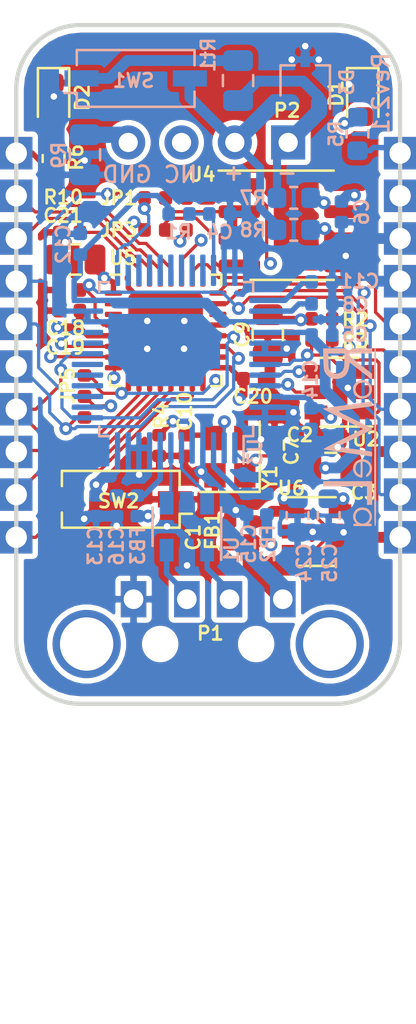
<source format=kicad_pcb>
(kicad_pcb (version 20171130) (host pcbnew "(5.1.5)-2")
  (layers (0 F.Cu signal) (1 In1.Cu signal) (2 In2.Cu signal) (31 B.Cu signal) (34 B.Paste user hide) (35 F.Paste user hide) (36 B.SilkS user) (37 F.SilkS user) (38 B.Mask user hide) (39 F.Mask user hide) (44 Edge.Cuts user))
  (net 0 "")
  (net 1 GND)
  (net 2 "Net-(P1-Pad3)")
  (net 3 "Net-(P1-Pad2)")
  (net 4 /Vbus)
  (net 5 +3V3)
  (net 6 +5V)
  (net 7 /~RST)
  (net 8 "Net-(D1-Pad2)")
  (net 9 "Net-(D2-Pad2)")
  (net 10 "Net-(R2-Pad1)")
  (net 11 "Net-(R7-Pad2)")
  (net 12 "Net-(R8-Pad2)")
  (net 13 /D+)
  (net 14 /D-)
  (net 15 /485-)
  (net 16 /485+)
  (net 17 /VCCCORE)
  (net 18 /VCCA)
  (net 19 /EEDATA)
  (net 20 /REF)
  (net 21 /EECLK)
  (net 22 /EECS)
  (net 23 /XCSI)
  (net 24 /XCSO)
  (net 25 /VPHY)
  (net 26 /VPLL)
  (net 27 /485GND)
  (net 28 /USART1_TX)
  (net 29 /NRST)
  (net 30 VDD)
  (net 31 /SWDIO)
  (net 32 /SWCLK)
  (net 33 /SWO)
  (net 34 /TXEN)
  (net 35 "Net-(R10-Pad1)")
  (net 36 /FT232H_TXD)
  (net 37 /FT232H_RXD)
  (net 38 /CLK15)
  (net 39 /FT232H_TXEN)
  (net 40 /USART2_DE)
  (net 41 /USART2_TX)
  (net 42 /USART2_RX)
  (net 43 /PA5)
  (net 44 /PA6)
  (net 45 /PA7)
  (net 46 /PB6)
  (net 47 /PB7)
  (net 48 /485TX)
  (net 49 /LED_G)
  (net 50 /LED_R)
  (net 51 /DCD)
  (net 52 "Net-(Rt1-Pad1)")
  (net 53 "Net-(SW2-Pad2)")
  (module RoMeLa_Motor:LQFP-48_7x7mm_P0.5mm_0.25mm_Spacing (layer B.Cu) (at 138.5 76.65 90)
    (fp_text reference U3 (at -4.35 3.7 90) (layer B.SilkS) (effects (font (size 0.635 0.635) (thickness 0.127)) (justify mirror)))
    (fp_text value FT232H)
    (pad 48 smd roundrect (at -2.75 4.1625 90) (size 0.25 1.475) (layers B.Cu B.Paste B.Mask) (net 1 GND))
    (pad 47 smd roundrect (at -2.25 4.1625 90) (size 0.25 1.475) (layers B.Cu B.Paste B.Mask) (net 1 GND))
    (pad 46 smd roundrect (at -1.75 4.1625 90) (size 0.25 1.475) (layers B.Cu B.Paste B.Mask) (net 5 +3V3))
    (pad 45 smd roundrect (at -1.25 4.1625 90) (size 0.25 1.475) (layers B.Cu B.Paste B.Mask) (net 22 /EECS))
    (pad 44 smd roundrect (at -0.75 4.1625 90) (size 0.25 1.475) (layers B.Cu B.Paste B.Mask) (net 21 /EECLK))
    (pad 43 smd roundrect (at -0.25 4.1625 90) (size 0.25 1.475) (layers B.Cu B.Paste B.Mask) (net 19 /EEDATA))
    (pad 42 smd roundrect (at 0.25 4.1625 90) (size 0.25 1.475) (layers B.Cu B.Paste B.Mask) (net 1 GND))
    (pad 41 smd roundrect (at 0.75 4.1625 90) (size 0.25 1.475) (layers B.Cu B.Paste B.Mask) (net 1 GND))
    (pad 40 smd roundrect (at 1.25 4.1625 90) (size 0.25 1.475) (layers B.Cu B.Paste B.Mask) (net 6 +5V))
    (pad 39 smd roundrect (at 1.75 4.1625 90) (size 0.25 1.475) (layers B.Cu B.Paste B.Mask) (net 5 +3V3))
    (pad 38 smd roundrect (at 2.25 4.1625 90) (size 0.25 1.475) (layers B.Cu B.Paste B.Mask) (net 17 /VCCCORE))
    (pad 37 smd roundrect (at 2.75 4.1625 90) (size 0.25 1.475) (layers B.Cu B.Paste B.Mask) (net 18 /VCCA))
    (pad 36 smd roundrect (at 4.1625 2.75 90) (size 1.475 0.25) (layers B.Cu B.Paste B.Mask) (net 1 GND))
    (pad 35 smd roundrect (at 4.1625 2.25 90) (size 1.475 0.25) (layers B.Cu B.Paste B.Mask) (net 1 GND))
    (pad 34 smd roundrect (at 4.1625 1.75 90) (size 1.475 0.25) (layers B.Cu B.Paste B.Mask) (net 7 /~RST))
    (pad 33 smd roundrect (at 4.1625 1.25 90) (size 1.475 0.25) (layers B.Cu B.Paste B.Mask))
    (pad 32 smd roundrect (at 4.1625 0.75 90) (size 1.475 0.25) (layers B.Cu B.Paste B.Mask))
    (pad 31 smd roundrect (at 4.1625 0.25 90) (size 1.475 0.25) (layers B.Cu B.Paste B.Mask))
    (pad 30 smd roundrect (at 4.1625 -0.25 90) (size 1.475 0.25) (layers B.Cu B.Paste B.Mask))
    (pad 29 smd roundrect (at 4.1625 -0.75 90) (size 1.475 0.25) (layers B.Cu B.Paste B.Mask))
    (pad 28 smd roundrect (at 4.1625 -1.25 90) (size 1.475 0.25) (layers B.Cu B.Paste B.Mask))
    (pad 27 smd roundrect (at 4.1625 -1.75 90) (size 1.475 0.25) (layers B.Cu B.Paste B.Mask))
    (pad 26 smd roundrect (at 4.1625 -2.25 90) (size 1.475 0.25) (layers B.Cu B.Paste B.Mask))
    (pad 25 smd roundrect (at 4.1625 -2.75 90) (size 1.475 0.25) (layers B.Cu B.Paste B.Mask) (net 39 /FT232H_TXEN))
    (pad 24 smd roundrect (at 2.75 -4.1625 90) (size 0.25 1.475) (layers B.Cu B.Paste B.Mask) (net 5 +3V3))
    (pad 23 smd roundrect (at 2.25 -4.1625 90) (size 0.25 1.475) (layers B.Cu B.Paste B.Mask) (net 1 GND))
    (pad 22 smd roundrect (at 1.75 -4.1625 90) (size 0.25 1.475) (layers B.Cu B.Paste B.Mask) (net 1 GND))
    (pad 21 smd roundrect (at 1.25 -4.1625 90) (size 0.25 1.475) (layers B.Cu B.Paste B.Mask) (net 38 /CLK15))
    (pad 20 smd roundrect (at 0.75 -4.1625 90) (size 0.25 1.475) (layers B.Cu B.Paste B.Mask))
    (pad 19 smd roundrect (at 0.25 -4.1625 90) (size 0.25 1.475) (layers B.Cu B.Paste B.Mask) (net 51 /DCD))
    (pad 18 smd roundrect (at -0.25 -4.1625 90) (size 0.25 1.475) (layers B.Cu B.Paste B.Mask))
    (pad 17 smd roundrect (at -0.75 -4.1625 90) (size 0.25 1.475) (layers B.Cu B.Paste B.Mask))
    (pad 16 smd roundrect (at -1.25 -4.1625 90) (size 0.25 1.475) (layers B.Cu B.Paste B.Mask))
    (pad 15 smd roundrect (at -1.75 -4.1625 90) (size 0.25 1.475) (layers B.Cu B.Paste B.Mask))
    (pad 14 smd roundrect (at -2.25 -4.1625 90) (size 0.25 1.475) (layers B.Cu B.Paste B.Mask) (net 37 /FT232H_RXD))
    (pad 13 smd roundrect (at -2.75 -4.1625 90) (size 0.25 1.475) (layers B.Cu B.Paste B.Mask) (net 36 /FT232H_TXD))
    (pad 12 smd roundrect (at -4.1625 -2.75 90) (size 1.475 0.25) (layers B.Cu B.Paste B.Mask) (net 5 +3V3))
    (pad 11 smd roundrect (at -4.1625 -2.25 90) (size 1.475 0.25) (layers B.Cu B.Paste B.Mask) (net 1 GND))
    (pad 10 smd roundrect (at -4.1625 -1.75 90) (size 1.475 0.25) (layers B.Cu B.Paste B.Mask) (net 1 GND))
    (pad 9 smd roundrect (at -4.1625 -1.25 90) (size 1.475 0.25) (layers B.Cu B.Paste B.Mask) (net 1 GND))
    (pad 8 smd roundrect (at -4.1625 -0.75 90) (size 1.475 0.25) (layers B.Cu B.Paste B.Mask) (net 26 /VPLL))
    (pad 7 smd roundrect (at -4.1625 -0.25 90) (size 1.475 0.25) (layers B.Cu B.Paste B.Mask) (net 13 /D+))
    (pad 6 smd roundrect (at -4.1625 0.25 90) (size 1.475 0.25) (layers B.Cu B.Paste B.Mask) (net 14 /D-))
    (pad 5 smd roundrect (at -4.1625 0.75 90) (size 1.475 0.25) (layers B.Cu B.Paste B.Mask) (net 20 /REF))
    (pad 4 smd roundrect (at -4.1625 1.25 90) (size 1.475 0.25) (layers B.Cu B.Paste B.Mask) (net 1 GND))
    (pad 3 smd roundrect (at -4.1625 1.75 90) (size 1.475 0.25) (layers B.Cu B.Paste B.Mask) (net 25 /VPHY))
    (pad 2 smd roundrect (at -4.1625 2.25 90) (size 1.475 0.25) (layers B.Cu B.Paste B.Mask) (net 24 /XCSO))
    (pad 1 smd roundrect (at -4.1625 2.75 90) (size 1.475 0.25) (layers B.Cu B.Paste B.Mask) (net 23 /XCSI))
  )
  (module Package_TO_SOT_SMD:SOT-323_SC-70 (layer B.Cu) (at 144.5512 63.61702 90)
    (fp_text reference D3 (at -0.05 1.95 90) (layer B.SilkS) (effects (font (size 0.635 0.635) (thickness 0.127)) (justify mirror)))
    (fp_text value TVS_ESDCAN02)
    (pad 3 smd rect (at 1 0 180) (size 0.45 0.7) (layers B.Cu B.Paste B.Mask) (net 1 GND))
    (pad 2 smd rect (at -1 -0.65 180) (size 0.45 0.7) (layers B.Cu B.Paste B.Mask) (net 16 /485+))
    (pad 1 smd rect (at -1 0.65 180) (size 0.45 0.7) (layers B.Cu B.Paste B.Mask) (net 15 /485-))
  )
  (module Capacitor_SMD:C_0805_2012Metric (layer F.Cu) (at 133.7564 71.9836)
    (fp_text reference C21 (at -0.5588 -2.0574) (layer F.SilkS) (effects (font (size 0.635 0.635) (thickness 0.127))))
    (fp_text value "4.7uF 6.3V")
    (pad 2 smd roundrect (at 0.9375 0) (size 0.975 1.4) (layers F.Cu F.Paste F.Mask) (net 30 VDD))
    (pad 1 smd roundrect (at -0.9375 0) (size 0.975 1.4) (layers F.Cu F.Paste F.Mask) (net 1 GND))
  )
  (module Capacitor_SMD:C_0402_1005Metric (layer B.Cu) (at 135.7074 83.523 90)
    (fp_text reference C16 (at -1.877 -0.0074 90) (layer B.SilkS) (effects (font (size 0.635 0.635) (thickness 0.127)) (justify mirror)))
    (fp_text value 104)
    (pad 2 smd roundrect (at 0.485 0 90) (size 0.59 0.64) (layers B.Cu B.Paste B.Mask) (net 26 /VPLL))
    (pad 1 smd roundrect (at -0.485 0 90) (size 0.59 0.64) (layers B.Cu B.Paste B.Mask) (net 1 GND))
  )
  (module Button_Switch_SMD:SW_DIP_SPSTx01_Slide_Copal_CHS-01A_W5.08mm_P1.27mm_JPin (layer F.Cu) (at 135.9 83.2182 180)
    (fp_text reference SW2 (at 0.1 -0.0818) (layer F.SilkS) (effects (font (size 0.635 0.635) (thickness 0.127))))
    (fp_text value SW_DIP_x01)
    (pad 2 smd rect (at 2.54 0 180) (size 1.6 0.76) (layers F.Cu F.Paste F.Mask) (net 53 "Net-(SW2-Pad2)"))
    (pad 1 smd rect (at -2.54 0 180) (size 1.6 0.76) (layers F.Cu F.Paste F.Mask) (net 1 GND))
  )
  (module Button_Switch_SMD:SW_DIP_SPSTx01_Slide_Copal_CHS-01A_W5.08mm_P1.27mm_JPin (layer B.Cu) (at 136.6 63.5)
    (fp_text reference SW1 (at -0.1 0.1) (layer B.SilkS) (effects (font (size 0.635 0.635) (thickness 0.127)) (justify mirror)))
    (fp_text value SW_DIP_x01)
    (pad 2 smd rect (at 2.54 0) (size 1.6 0.76) (layers B.Cu B.Paste B.Mask) (net 16 /485+))
    (pad 1 smd rect (at -2.54 0) (size 1.6 0.76) (layers B.Cu B.Paste B.Mask) (net 52 "Net-(Rt1-Pad1)"))
  )
  (module RoMeLa_Motor:Molex_4P (layer F.Cu) (at 143.75 66.5 180)
    (fp_text reference P2 (at 0.05 1.5) (layer F.SilkS) (effects (font (size 0.635 0.635) (thickness 0.127))))
    (fp_text value "molex 4P")
    (pad 4 thru_hole circle (at 7.5 0 180) (size 1.6 1.6) (drill 0.9) (layers *.Cu *.Mask) (net 27 /485GND))
    (pad 3 thru_hole circle (at 5 0 180) (size 1.6 1.6) (drill 0.9) (layers *.Cu *.Mask))
    (pad 2 thru_hole circle (at 2.5 0 180) (size 1.6 1.6) (drill 0.9) (layers *.Cu *.Mask) (net 16 /485+))
    (pad 1 thru_hole rect (at 0 0 180) (size 1.6 1.6) (drill 0.9) (layers *.Cu *.Mask) (net 15 /485-))
  )
  (module Resistor_SMD:R_0402_1005Metric (layer F.Cu) (at 134.2 78.9 90)
    (fp_text reference JP6 hide)
    (fp_text value Jumper_NC_Small)
    (pad 2 smd roundrect (at 0.485 0 90) (size 0.59 0.64) (layers F.Cu F.Paste F.Mask) (net 37 /FT232H_RXD))
    (pad 1 smd roundrect (at -0.485 0 90) (size 0.59 0.64) (layers F.Cu F.Paste F.Mask) (net 28 /USART1_TX))
  )
  (module Resistor_SMD:R_0402_1005Metric (layer F.Cu) (at 134.2 77.9 90)
    (fp_text reference JP5 (at 0 -0.8 90) (layer F.SilkS) (effects (font (size 0.635 0.635) (thickness 0.127))))
    (fp_text value Jumper_NC_Small)
    (pad 2 smd roundrect (at 0.485 0 90) (size 0.59 0.64) (layers F.Cu F.Paste F.Mask) (net 42 /USART2_RX))
    (pad 1 smd roundrect (at -0.485 0 90) (size 0.59 0.64) (layers F.Cu F.Paste F.Mask) (net 37 /FT232H_RXD))
  )
  (module Resistor_SMD:R_0402_1005Metric (layer F.Cu) (at 138.5 70.6 180)
    (fp_text reference JP4 hide)
    (fp_text value Jumper_NC_Small)
    (pad 2 smd roundrect (at 0.485 0 180) (size 0.59 0.64) (layers F.Cu F.Paste F.Mask) (net 48 /485TX))
    (pad 1 smd roundrect (at -0.485 0 180) (size 0.59 0.64) (layers F.Cu F.Paste F.Mask) (net 41 /USART2_TX))
  )
  (module Resistor_SMD:R_0402_1005Metric (layer F.Cu) (at 137.5 70.6 180)
    (fp_text reference JP3 (at 1.7 0) (layer F.SilkS) (effects (font (size 0.635 0.635) (thickness 0.127))))
    (fp_text value Jumper_NC_Small)
    (pad 2 smd roundrect (at 0.485 0 180) (size 0.59 0.64) (layers F.Cu F.Paste F.Mask) (net 36 /FT232H_TXD))
    (pad 1 smd roundrect (at -0.485 0 180) (size 0.59 0.64) (layers F.Cu F.Paste F.Mask) (net 48 /485TX))
  )
  (module Resistor_SMD:R_0402_1005Metric (layer F.Cu) (at 138.5 69.1 180)
    (fp_text reference JP2 hide)
    (fp_text value Jumper_NC_Small)
    (pad 2 smd roundrect (at 0.485 0 180) (size 0.59 0.64) (layers F.Cu F.Paste F.Mask) (net 34 /TXEN))
    (pad 1 smd roundrect (at -0.485 0 180) (size 0.59 0.64) (layers F.Cu F.Paste F.Mask) (net 40 /USART2_DE))
  )
  (module Resistor_SMD:R_0402_1005Metric (layer F.Cu) (at 137.5 69.1 180)
    (fp_text reference JP1 (at 1.7 0) (layer F.SilkS) (effects (font (size 0.635 0.635) (thickness 0.127))))
    (fp_text value Jumper_NC_Small)
    (pad 2 smd roundrect (at 0.485 0 180) (size 0.59 0.64) (layers F.Cu F.Paste F.Mask) (net 39 /FT232H_TXEN))
    (pad 1 smd roundrect (at -0.485 0 180) (size 0.59 0.64) (layers F.Cu F.Paste F.Mask) (net 34 /TXEN))
  )
  (module Package_DFN_QFN:VQFN-32-1EP_5x5mm_P0.5mm_EP3.5x3.5mm (layer F.Cu) (at 138.005 75.305)
    (fp_text reference U5 (at -2.005 -3.405) (layer F.SilkS) (effects (font (size 0.635 0.635) (thickness 0.127))))
    (fp_text value stm32l432)
    (pad 32 smd roundrect (at -1.75 -2.45) (size 0.25 0.8) (layers F.Cu F.Paste F.Mask) (net 1 GND))
    (pad 31 smd roundrect (at -1.25 -2.45) (size 0.25 0.8) (layers F.Cu F.Paste F.Mask) (net 35 "Net-(R10-Pad1)"))
    (pad 30 smd roundrect (at -0.75 -2.45) (size 0.25 0.8) (layers F.Cu F.Paste F.Mask) (net 47 /PB7))
    (pad 29 smd roundrect (at -0.25 -2.45) (size 0.25 0.8) (layers F.Cu F.Paste F.Mask) (net 46 /PB6))
    (pad 28 smd roundrect (at 0.25 -2.45) (size 0.25 0.8) (layers F.Cu F.Paste F.Mask) (net 50 /LED_R))
    (pad 27 smd roundrect (at 0.75 -2.45) (size 0.25 0.8) (layers F.Cu F.Paste F.Mask) (net 49 /LED_G))
    (pad 26 smd roundrect (at 1.25 -2.45) (size 0.25 0.8) (layers F.Cu F.Paste F.Mask) (net 33 /SWO))
    (pad 25 smd roundrect (at 1.75 -2.45) (size 0.25 0.8) (layers F.Cu F.Paste F.Mask))
    (pad 24 smd roundrect (at 2.45 -1.75) (size 0.8 0.25) (layers F.Cu F.Paste F.Mask) (net 32 /SWCLK))
    (pad 23 smd roundrect (at 2.45 -1.25) (size 0.8 0.25) (layers F.Cu F.Paste F.Mask) (net 31 /SWDIO))
    (pad 22 smd roundrect (at 2.45 -0.75) (size 0.8 0.25) (layers F.Cu F.Paste F.Mask))
    (pad 21 smd roundrect (at 2.45 -0.25) (size 0.8 0.25) (layers F.Cu F.Paste F.Mask))
    (pad 20 smd roundrect (at 2.45 0.25) (size 0.8 0.25) (layers F.Cu F.Paste F.Mask) (net 36 /FT232H_TXD))
    (pad 19 smd roundrect (at 2.45 0.75) (size 0.8 0.25) (layers F.Cu F.Paste F.Mask) (net 28 /USART1_TX))
    (pad 18 smd roundrect (at 2.45 1.25) (size 0.8 0.25) (layers F.Cu F.Paste F.Mask))
    (pad 17 smd roundrect (at 2.45 1.75) (size 0.8 0.25) (layers F.Cu F.Paste F.Mask) (net 30 VDD))
    (pad 16 smd roundrect (at 1.75 2.45) (size 0.25 0.8) (layers F.Cu F.Paste F.Mask) (net 1 GND))
    (pad 15 smd roundrect (at 1.25 2.45) (size 0.25 0.8) (layers F.Cu F.Paste F.Mask) (net 53 "Net-(SW2-Pad2)"))
    (pad 14 smd roundrect (at 0.75 2.45) (size 0.25 0.8) (layers F.Cu F.Paste F.Mask))
    (pad 13 smd roundrect (at 0.25 2.45) (size 0.25 0.8) (layers F.Cu F.Paste F.Mask) (net 45 /PA7))
    (pad 12 smd roundrect (at -0.25 2.45) (size 0.25 0.8) (layers F.Cu F.Paste F.Mask) (net 44 /PA6))
    (pad 11 smd roundrect (at -0.75 2.45) (size 0.25 0.8) (layers F.Cu F.Paste F.Mask) (net 43 /PA5))
    (pad 10 smd roundrect (at -1.25 2.45) (size 0.25 0.8) (layers F.Cu F.Paste F.Mask) (net 51 /DCD))
    (pad 9 smd roundrect (at -1.75 2.45) (size 0.25 0.8) (layers F.Cu F.Paste F.Mask) (net 42 /USART2_RX))
    (pad 8 smd roundrect (at -2.45 1.75) (size 0.8 0.25) (layers F.Cu F.Paste F.Mask) (net 41 /USART2_TX))
    (pad 7 smd roundrect (at -2.45 1.25) (size 0.8 0.25) (layers F.Cu F.Paste F.Mask) (net 40 /USART2_DE))
    (pad 6 smd roundrect (at -2.45 0.75) (size 0.8 0.25) (layers F.Cu F.Paste F.Mask) (net 38 /CLK15))
    (pad 5 smd roundrect (at -2.45 0.25) (size 0.8 0.25) (layers F.Cu F.Paste F.Mask) (net 30 VDD))
    (pad 4 smd roundrect (at -2.45 -0.25) (size 0.8 0.25) (layers F.Cu F.Paste F.Mask) (net 29 /NRST))
    (pad 3 smd roundrect (at -2.45 -0.75) (size 0.8 0.25) (layers F.Cu F.Paste F.Mask))
    (pad 2 smd roundrect (at -2.45 -1.25) (size 0.8 0.25) (layers F.Cu F.Paste F.Mask))
    (pad 1 smd roundrect (at -2.45 -1.75) (size 0.8 0.25) (layers F.Cu F.Paste F.Mask) (net 30 VDD))
    (pad 33 smd roundrect (at 0 0) (size 3.5 3.5) (layers F.Cu F.Mask) (roundrect_rratio 0.07142900000000001) (net 1 GND))
  )
  (module RoMeLa_Motor:USB_typeA_TH (layer F.Cu) (at 140 90)
    (fp_text reference P1 (at 0.1 -0.5) (layer F.SilkS) (effects (font (size 0.635 0.635) (thickness 0.127))))
    (fp_text value USB_A)
    (pad "" np_thru_hole circle (at 2.25 0) (size 1.2 1.2) (drill 1.2) (layers *.Cu *.Mask))
    (pad "" np_thru_hole circle (at -2.25 0) (size 1.2 1.2) (drill 1.2) (layers *.Cu *.Mask))
    (pad 5 thru_hole circle (at 5.7 0) (size 3.2 3.2) (drill 2.5) (layers *.Cu *.Mask))
    (pad ~ thru_hole circle (at -5.7 0) (size 3.2 3.2) (drill 2.5) (layers *.Cu *.Mask))
    (pad 1 thru_hole rect (at 3.5 -2.1) (size 1.2 1.7) (drill 0.92) (layers *.Cu *.Mask) (net 4 /Vbus))
    (pad 2 thru_hole rect (at 1 -2.1) (size 1.2 1.7) (drill 0.92) (layers *.Cu *.Mask) (net 3 "Net-(P1-Pad2)"))
    (pad 3 thru_hole rect (at -1 -2.1) (size 1.2 1.7) (drill 0.92) (layers *.Cu *.Mask) (net 2 "Net-(P1-Pad3)"))
    (pad 4 thru_hole rect (at -3.5 -2.1) (size 1.2 1.7) (drill 0.92) (layers *.Cu *.Mask) (net 1 GND))
  )
  (module Package_SO:SOIC-8_3.9x4.9mm_P1.27mm (layer F.Cu) (at 143.937 70.3785)
    (fp_text reference U4 (at -4.237 -2.3785) (layer F.SilkS) (effects (font (size 0.635 0.635) (thickness 0.127))))
    (fp_text value MAX14775E)
    (pad 8 smd roundrect (at 2.475 -1.905) (size 1.95 0.6) (layers F.Cu F.Paste F.Mask) (net 30 VDD))
    (pad 7 smd roundrect (at 2.475 -0.635) (size 1.95 0.6) (layers F.Cu F.Paste F.Mask) (net 11 "Net-(R7-Pad2)"))
    (pad 6 smd roundrect (at 2.475 0.635) (size 1.95 0.6) (layers F.Cu F.Paste F.Mask) (net 12 "Net-(R8-Pad2)"))
    (pad 5 smd roundrect (at 2.475 1.905) (size 1.95 0.6) (layers F.Cu F.Paste F.Mask) (net 1 GND))
    (pad 4 smd roundrect (at -2.475 1.905) (size 1.95 0.6) (layers F.Cu F.Paste F.Mask) (net 48 /485TX))
    (pad 3 smd roundrect (at -2.475 0.635) (size 1.95 0.6) (layers F.Cu F.Paste F.Mask) (net 34 /TXEN))
    (pad 2 smd roundrect (at -2.475 -0.635) (size 1.95 0.6) (layers F.Cu F.Paste F.Mask) (net 34 /TXEN))
    (pad 1 smd roundrect (at -2.475 -1.905) (size 1.95 0.6) (layers F.Cu F.Paste F.Mask) (net 42 /USART2_RX))
  )
  (module Resistor_SMD:R_0402_1005Metric (layer F.Cu) (at 133.4976 70.7136 180)
    (fp_text reference R10 (at 0.2976 1.65) (layer F.SilkS) (effects (font (size 0.635 0.635) (thickness 0.127))))
    (fp_text value 10k)
    (pad 2 smd roundrect (at 0.485 0 180) (size 0.59 0.64) (layers F.Cu F.Paste F.Mask) (net 1 GND))
    (pad 1 smd roundrect (at -0.485 0 180) (size 0.59 0.64) (layers F.Cu F.Paste F.Mask) (net 35 "Net-(R10-Pad1)"))
  )
  (module Resistor_SMD:R_0402_1005Metric (layer F.Cu) (at 137.7 80.7 270)
    (fp_text reference R4 (at -1.4 -0.1 90) (layer F.SilkS) (effects (font (size 0.635 0.635) (thickness 0.127))))
    (fp_text value "12k 1%")
    (pad 2 smd roundrect (at 0.485 0 270) (size 0.59 0.64) (layers F.Cu F.Paste F.Mask) (net 1 GND))
    (pad 1 smd roundrect (at -0.485 0 270) (size 0.59 0.64) (layers F.Cu F.Paste F.Mask) (net 20 /REF))
  )
  (module Resistor_SMD:R_0402_1005Metric (layer F.Cu) (at 145.334 75.7506)
    (fp_text reference R3 (at 1.566 0.0494) (layer F.SilkS) (effects (font (size 0.635 0.635) (thickness 0.127))))
    (fp_text value 2k)
    (pad 2 smd roundrect (at 0.485 0) (size 0.59 0.64) (layers F.Cu F.Paste F.Mask) (net 10 "Net-(R2-Pad1)"))
    (pad 1 smd roundrect (at -0.485 0) (size 0.59 0.64) (layers F.Cu F.Paste F.Mask) (net 19 /EEDATA))
  )
  (module Resistor_SMD:R_0402_1005Metric (layer F.Cu) (at 145.334 74.76 180)
    (fp_text reference R2 (at -1.566 -0.04) (layer F.SilkS) (effects (font (size 0.635 0.635) (thickness 0.127))))
    (fp_text value 10k)
    (pad 2 smd roundrect (at 0.485 0 180) (size 0.59 0.64) (layers F.Cu F.Paste F.Mask) (net 5 +3V3))
    (pad 1 smd roundrect (at -0.485 0 180) (size 0.59 0.64) (layers F.Cu F.Paste F.Mask) (net 10 "Net-(R2-Pad1)"))
  )
  (module Resistor_SMD:R_0402_1005Metric (layer B.Cu) (at 138.6332 69.85 180)
    (fp_text reference R1 (at 0.0332 -0.85) (layer B.SilkS) (effects (font (size 0.635 0.635) (thickness 0.127)) (justify mirror)))
    (fp_text value 10k)
    (pad 2 smd roundrect (at 0.485 0 180) (size 0.59 0.64) (layers B.Cu B.Paste B.Mask) (net 5 +3V3))
    (pad 1 smd roundrect (at -0.485 0 180) (size 0.59 0.64) (layers B.Cu B.Paste B.Mask) (net 7 /~RST))
  )
  (module Resistor_SMD:R_0402_1005Metric (layer B.Cu) (at 136.6726 83.523 270)
    (fp_text reference FB3 (at 1.877 -0.0274 90) (layer B.SilkS) (effects (font (size 0.635 0.635) (thickness 0.127)) (justify mirror)))
    (fp_text value Ferrite_Bead)
    (pad 2 smd roundrect (at 0.485 0 270) (size 0.59 0.64) (layers B.Cu B.Paste B.Mask) (net 5 +3V3))
    (pad 1 smd roundrect (at -0.485 0 270) (size 0.59 0.64) (layers B.Cu B.Paste B.Mask) (net 26 /VPLL))
  )
  (module Resistor_SMD:R_0402_1005Metric (layer B.Cu) (at 142.75 83.4468 270)
    (fp_text reference FB2 (at 1.8532 -0.05 90) (layer B.SilkS) (effects (font (size 0.635 0.635) (thickness 0.127)) (justify mirror)))
    (fp_text value Ferrite_Bead)
    (pad 2 smd roundrect (at 0.485 0 270) (size 0.59 0.64) (layers B.Cu B.Paste B.Mask) (net 5 +3V3))
    (pad 1 smd roundrect (at -0.485 0 270) (size 0.59 0.64) (layers B.Cu B.Paste B.Mask) (net 25 /VPHY))
  )
  (module Resistor_SMD:R_0402_1005Metric (layer F.Cu) (at 142.1 84.75 90)
    (fp_text reference FB1 (at 0.05 -1.9 90) (layer F.SilkS) (effects (font (size 0.635 0.635) (thickness 0.127))))
    (fp_text value Ferrite_Bead)
    (pad 2 smd roundrect (at 0.485 0 90) (size 0.59 0.64) (layers F.Cu F.Paste F.Mask) (net 6 +5V))
    (pad 1 smd roundrect (at -0.485 0 90) (size 0.59 0.64) (layers F.Cu F.Paste F.Mask) (net 4 /Vbus))
  )
  (module Capacitor_SMD:C_0402_1005Metric (layer F.Cu) (at 142.1384 77.5716 180)
    (fp_text reference C20 (at 0.0384 -0.8284) (layer F.SilkS) (effects (font (size 0.635 0.635) (thickness 0.127))))
    (fp_text value 104)
    (pad 2 smd roundrect (at 0.485 0 180) (size 0.59 0.64) (layers F.Cu F.Paste F.Mask) (net 30 VDD))
    (pad 1 smd roundrect (at -0.485 0 180) (size 0.59 0.64) (layers F.Cu F.Paste F.Mask) (net 1 GND))
  )
  (module Capacitor_SMD:C_0402_1005Metric (layer F.Cu) (at 133.4976 74.379)
    (fp_text reference C19 (at -0.1976 1.721) (layer F.SilkS) (effects (font (size 0.635 0.635) (thickness 0.127))))
    (fp_text value 104)
    (pad 2 smd roundrect (at 0.485 0) (size 0.59 0.64) (layers F.Cu F.Paste F.Mask) (net 30 VDD))
    (pad 1 smd roundrect (at -0.485 0) (size 0.59 0.64) (layers F.Cu F.Paste F.Mask) (net 1 GND))
  )
  (module Capacitor_SMD:C_0402_1005Metric (layer F.Cu) (at 133.4976 73.4138)
    (fp_text reference C18 (at -0.1976 1.7862) (layer F.SilkS) (effects (font (size 0.635 0.635) (thickness 0.127))))
    (fp_text value 104)
    (pad 2 smd roundrect (at 0.485 0) (size 0.59 0.64) (layers F.Cu F.Paste F.Mask) (net 29 /NRST))
    (pad 1 smd roundrect (at -0.485 0) (size 0.59 0.64) (layers F.Cu F.Paste F.Mask) (net 1 GND))
  )
  (module Capacitor_SMD:C_0402_1005Metric (layer B.Cu) (at 141.8034 83.4468 90)
    (fp_text reference C15 (at -1.8532 0.0966 90) (layer B.SilkS) (effects (font (size 0.635 0.635) (thickness 0.127)) (justify mirror)))
    (fp_text value 104)
    (pad 2 smd roundrect (at 0.485 0 90) (size 0.59 0.64) (layers B.Cu B.Paste B.Mask) (net 25 /VPHY))
    (pad 1 smd roundrect (at -0.485 0 90) (size 0.59 0.64) (layers B.Cu B.Paste B.Mask) (net 1 GND))
  )
  (module Capacitor_SMD:C_0402_1005Metric (layer B.Cu) (at 144.826 79.4336 90)
    (fp_text reference C14 (at 1.8336 -0.026 90) (layer B.SilkS) (effects (font (size 0.635 0.635) (thickness 0.127)) (justify mirror)))
    (fp_text value 104)
    (pad 2 smd roundrect (at 0.485 0 90) (size 0.59 0.64) (layers B.Cu B.Paste B.Mask) (net 5 +3V3))
    (pad 1 smd roundrect (at -0.485 0 90) (size 0.59 0.64) (layers B.Cu B.Paste B.Mask) (net 1 GND))
  )
  (module Capacitor_SMD:C_0402_1005Metric (layer B.Cu) (at 134.7422 83.523 90)
    (fp_text reference C13 (at -1.877 -0.0422 90) (layer B.SilkS) (effects (font (size 0.635 0.635) (thickness 0.127)) (justify mirror)))
    (fp_text value 104)
    (pad 2 smd roundrect (at 0.485 0 90) (size 0.59 0.64) (layers B.Cu B.Paste B.Mask) (net 5 +3V3))
    (pad 1 smd roundrect (at -0.485 0 90) (size 0.59 0.64) (layers B.Cu B.Paste B.Mask) (net 1 GND))
  )
  (module Capacitor_SMD:C_0402_1005Metric (layer B.Cu) (at 134 71.2675 270)
    (fp_text reference C12 (at 0 0.8 90) (layer B.SilkS) (effects (font (size 0.635 0.635) (thickness 0.127)) (justify mirror)))
    (fp_text value 104)
    (pad 2 smd roundrect (at 0.485 0 270) (size 0.59 0.64) (layers B.Cu B.Paste B.Mask) (net 5 +3V3))
    (pad 1 smd roundrect (at -0.485 0 270) (size 0.59 0.64) (layers B.Cu B.Paste B.Mask) (net 1 GND))
  )
  (module Capacitor_SMD:C_0402_1005Metric (layer B.Cu) (at 145.334 73.0328 180)
    (fp_text reference C11 (at -1.766 0.0328) (layer B.SilkS) (effects (font (size 0.635 0.635) (thickness 0.127)) (justify mirror)))
    (fp_text value 104)
    (pad 2 smd roundrect (at 0.485 0 180) (size 0.59 0.64) (layers B.Cu B.Paste B.Mask) (net 18 /VCCA))
    (pad 1 smd roundrect (at -0.485 0 180) (size 0.59 0.64) (layers B.Cu B.Paste B.Mask) (net 1 GND))
  )
  (module Capacitor_SMD:C_0402_1005Metric (layer F.Cu) (at 138.9205 80.7 90)
    (fp_text reference C10 (at 1.6 -0.0205 90) (layer F.SilkS) (effects (font (size 0.635 0.635) (thickness 0.127))))
    (fp_text value 10pF)
    (pad 2 smd roundrect (at 0.485 0 90) (size 0.59 0.64) (layers F.Cu F.Paste F.Mask) (net 24 /XCSO))
    (pad 1 smd roundrect (at -0.485 0 90) (size 0.59 0.64) (layers F.Cu F.Paste F.Mask) (net 1 GND))
  )
  (module Capacitor_SMD:C_0402_1005Metric (layer B.Cu) (at 145.334 74.0615 180)
    (fp_text reference C8 (at -1.566 -0.0385) (layer B.SilkS) (effects (font (size 0.635 0.635) (thickness 0.127)) (justify mirror)))
    (fp_text value 104)
    (pad 2 smd roundrect (at 0.485 0 180) (size 0.59 0.64) (layers B.Cu B.Paste B.Mask) (net 17 /VCCCORE))
    (pad 1 smd roundrect (at -0.485 0 180) (size 0.59 0.64) (layers B.Cu B.Paste B.Mask) (net 1 GND))
  )
  (module Capacitor_SMD:C_0402_1005Metric (layer F.Cu) (at 143.1115 80.7 270)
    (fp_text reference C7 (at 0.3 -0.7885 90) (layer F.SilkS) (effects (font (size 0.635 0.635) (thickness 0.127))))
    (fp_text value 10pF)
    (pad 2 smd roundrect (at 0.485 0 270) (size 0.59 0.64) (layers F.Cu F.Paste F.Mask) (net 23 /XCSI))
    (pad 1 smd roundrect (at -0.485 0 270) (size 0.59 0.64) (layers F.Cu F.Paste F.Mask) (net 1 GND))
  )
  (module Capacitor_SMD:C_0402_1005Metric (layer B.Cu) (at 146.25 69.75 90)
    (fp_text reference C6 (at 0 0.95 90) (layer B.SilkS) (effects (font (size 0.635 0.635) (thickness 0.127)) (justify mirror)))
    (fp_text value 104)
    (pad 2 smd roundrect (at 0.485 0 90) (size 0.59 0.64) (layers B.Cu B.Paste B.Mask) (net 30 VDD))
    (pad 1 smd roundrect (at -0.485 0 90) (size 0.59 0.64) (layers B.Cu B.Paste B.Mask) (net 1 GND))
  )
  (module Capacitor_SMD:C_0402_1005Metric (layer B.Cu) (at 145.334 75.522 180)
    (fp_text reference C5 (at -1.566 0.022) (layer B.SilkS) (effects (font (size 0.635 0.635) (thickness 0.127)) (justify mirror)))
    (fp_text value 104)
    (pad 2 smd roundrect (at 0.485 0 180) (size 0.59 0.64) (layers B.Cu B.Paste B.Mask) (net 6 +5V))
    (pad 1 smd roundrect (at -0.485 0 180) (size 0.59 0.64) (layers B.Cu B.Paste B.Mask) (net 1 GND))
  )
  (module Capacitor_SMD:C_0402_1005Metric (layer B.Cu) (at 140.5382 69.85 180)
    (fp_text reference C4 (at 0 -0.85) (layer B.SilkS) (effects (font (size 0.635 0.635) (thickness 0.127)) (justify mirror)))
    (fp_text value 103)
    (pad 2 smd roundrect (at 0.485 0 180) (size 0.59 0.64) (layers B.Cu B.Paste B.Mask) (net 7 /~RST))
    (pad 1 smd roundrect (at -0.485 0 180) (size 0.59 0.64) (layers B.Cu B.Paste B.Mask) (net 1 GND))
  )
  (module Capacitor_SMD:C_0402_1005Metric (layer F.Cu) (at 145.75 80.25 180)
    (fp_text reference C2 (at 1.45 0.05) (layer F.SilkS) (effects (font (size 0.635 0.635) (thickness 0.127))))
    (fp_text value 104)
    (pad 2 smd roundrect (at 0.485 0 180) (size 0.59 0.64) (layers F.Cu F.Paste F.Mask) (net 5 +3V3))
    (pad 1 smd roundrect (at -0.485 0 180) (size 0.59 0.64) (layers F.Cu F.Paste F.Mask) (net 1 GND))
  )
  (module Capacitor_SMD:C_0402_1005Metric (layer F.Cu) (at 141 84.75 270)
    (fp_text reference C1 (at 0.25 1.7 90) (layer F.SilkS) (effects (font (size 0.635 0.635) (thickness 0.127))))
    (fp_text value 103)
    (pad 2 smd roundrect (at 0.485 0 270) (size 0.59 0.64) (layers F.Cu F.Paste F.Mask) (net 4 /Vbus))
    (pad 1 smd roundrect (at -0.485 0 270) (size 0.59 0.64) (layers F.Cu F.Paste F.Mask) (net 1 GND))
  )
  (module Crystal:Crystal_SMD_2520-4Pin_2.5x2.0mm (layer F.Cu) (at 141.0175 81.223 90)
    (fp_text reference Y1 (at -0.977 1.8825 90) (layer F.SilkS) (effects (font (size 0.635 0.635) (thickness 0.127))))
    (fp_text value "12MHz 30PPM")
    (pad 4 smd rect (at -0.875 -0.7 90) (size 1.15 1) (layers F.Cu F.Paste F.Mask) (net 1 GND))
    (pad 3 smd rect (at 0.875 -0.7 90) (size 1.15 1) (layers F.Cu F.Paste F.Mask) (net 24 /XCSO))
    (pad 2 smd rect (at 0.875 0.7 90) (size 1.15 1) (layers F.Cu F.Paste F.Mask) (net 1 GND))
    (pad 1 smd rect (at -0.875 0.7 90) (size 1.15 1) (layers F.Cu F.Paste F.Mask) (net 23 /XCSI))
  )
  (module Package_TO_SOT_SMD:SOT-23-5 (layer F.Cu) (at 145.08 84.7295)
    (fp_text reference U6 (at -1.18 -2.0295) (layer F.SilkS) (effects (font (size 0.635 0.635) (thickness 0.127))))
    (fp_text value TLV70233)
    (pad 5 smd rect (at 1.1 -0.95) (size 1.06 0.65) (layers F.Cu F.Paste F.Mask) (net 30 VDD))
    (pad 4 smd rect (at 1.1 0.95) (size 1.06 0.65) (layers F.Cu F.Paste F.Mask) (net 1 GND))
    (pad 3 smd rect (at -1.1 0.95) (size 1.06 0.65) (layers F.Cu F.Paste F.Mask) (net 6 +5V))
    (pad 2 smd rect (at -1.1 0) (size 1.06 0.65) (layers F.Cu F.Paste F.Mask) (net 1 GND))
    (pad 1 smd rect (at -1.1 -0.95) (size 1.06 0.65) (layers F.Cu F.Paste F.Mask) (net 6 +5V))
  )
  (module Package_TO_SOT_SMD:SOT-23-6 (layer F.Cu) (at 146.15 78.2 180)
    (fp_text reference U2 (at -1.25 -2.2) (layer F.SilkS) (effects (font (size 0.635 0.635) (thickness 0.127))))
    (fp_text value 93LC56B_sot23-6)
    (pad 5 smd rect (at 1.1 0 180) (size 1.06 0.65) (layers F.Cu F.Paste F.Mask) (net 22 /EECS))
    (pad 6 smd rect (at 1.1 -0.95 180) (size 1.06 0.65) (layers F.Cu F.Paste F.Mask) (net 5 +3V3))
    (pad 4 smd rect (at 1.1 0.95 180) (size 1.06 0.65) (layers F.Cu F.Paste F.Mask) (net 21 /EECLK))
    (pad 3 smd rect (at -1.1 0.95 180) (size 1.06 0.65) (layers F.Cu F.Paste F.Mask) (net 19 /EEDATA))
    (pad 2 smd rect (at -1.1 0 180) (size 1.06 0.65) (layers F.Cu F.Paste F.Mask) (net 1 GND))
    (pad 1 smd rect (at -1.1 -0.95 180) (size 1.06 0.65) (layers F.Cu F.Paste F.Mask) (net 10 "Net-(R2-Pad1)"))
  )
  (module Package_TO_SOT_SMD:SOT-23-6 (layer B.Cu) (at 139 84.5 90)
    (fp_text reference U1 (at -1.1 2.1 90) (layer B.SilkS) (effects (font (size 0.635 0.635) (thickness 0.127)) (justify mirror)))
    (fp_text value USBLC6-2)
    (pad 5 smd rect (at 1.1 0 90) (size 1.06 0.65) (layers B.Cu B.Paste B.Mask) (net 4 /Vbus))
    (pad 6 smd rect (at 1.1 0.95 90) (size 1.06 0.65) (layers B.Cu B.Paste B.Mask) (net 14 /D-))
    (pad 4 smd rect (at 1.1 -0.95 90) (size 1.06 0.65) (layers B.Cu B.Paste B.Mask) (net 13 /D+))
    (pad 3 smd rect (at -1.1 -0.95 90) (size 1.06 0.65) (layers B.Cu B.Paste B.Mask) (net 2 "Net-(P1-Pad3)"))
    (pad 2 smd rect (at -1.1 0 90) (size 1.06 0.65) (layers B.Cu B.Paste B.Mask) (net 1 GND))
    (pad 1 smd rect (at -1.1 0.95 90) (size 1.06 0.65) (layers B.Cu B.Paste B.Mask) (net 3 "Net-(P1-Pad2)"))
  )
  (module Resistor_SMD:R_0805_2012Metric (layer B.Cu) (at 141.4 63.6 270)
    (fp_text reference Rt1 (at -1.2 1.4 90) (layer B.SilkS) (effects (font (size 0.635 0.635) (thickness 0.127)) (justify mirror)))
    (fp_text value 120*)
    (pad 2 smd roundrect (at 0.9375 0 270) (size 0.975 1.4) (layers B.Cu B.Paste B.Mask) (net 15 /485-))
    (pad 1 smd roundrect (at -0.9375 0 270) (size 0.975 1.4) (layers B.Cu B.Paste B.Mask) (net 52 "Net-(Rt1-Pad1)"))
  )
  (module Resistor_SMD:R_0805_2012Metric (layer B.Cu) (at 134.2215 67.0765 90)
    (fp_text reference R9 (at -0.0235 -1.2215 90) (layer B.SilkS) (effects (font (size 0.635 0.635) (thickness 0.127)) (justify mirror)))
    (fp_text value 120*)
    (pad 2 smd roundrect (at 0.9375 0 90) (size 0.975 1.4) (layers B.Cu B.Paste B.Mask) (net 27 /485GND))
    (pad 1 smd roundrect (at -0.9375 0 90) (size 0.975 1.4) (layers B.Cu B.Paste B.Mask) (net 1 GND))
  )
  (module Resistor_SMD:R_0603_1608Metric (layer B.Cu) (at 144.0132 70.5944)
    (fp_text reference R8 (at -1.9132 0.0056) (layer B.SilkS) (effects (font (size 0.635 0.635) (thickness 0.127)) (justify mirror)))
    (fp_text value 10*)
    (pad 2 smd roundrect (at 0.7875 0) (size 0.875 0.95) (layers B.Cu B.Paste B.Mask) (net 12 "Net-(R8-Pad2)"))
    (pad 1 smd roundrect (at -0.7875 0) (size 0.875 0.95) (layers B.Cu B.Paste B.Mask) (net 16 /485+))
  )
  (module Resistor_SMD:R_0603_1608Metric (layer B.Cu) (at 144.0132 69.0958)
    (fp_text reference R7 (at -1.9132 0.0042) (layer B.SilkS) (effects (font (size 0.635 0.635) (thickness 0.127)) (justify mirror)))
    (fp_text value 10*)
    (pad 2 smd roundrect (at 0.7875 0) (size 0.875 0.95) (layers B.Cu B.Paste B.Mask) (net 11 "Net-(R7-Pad2)"))
    (pad 1 smd roundrect (at -0.7875 0) (size 0.875 0.95) (layers B.Cu B.Paste B.Mask) (net 15 /485-))
  )
  (module Resistor_SMD:R_0603_1608Metric (layer F.Cu) (at 132.75 67.25 90)
    (fp_text reference R6 (at 0.05 1.05 90) (layer F.SilkS) (effects (font (size 0.635 0.635) (thickness 0.127))))
    (fp_text value 180)
    (pad 2 smd roundrect (at 0.7875 0 90) (size 0.875 0.95) (layers F.Cu F.Paste F.Mask) (net 9 "Net-(D2-Pad2)"))
    (pad 1 smd roundrect (at -0.7875 0 90) (size 0.875 0.95) (layers F.Cu F.Paste F.Mask) (net 50 /LED_R))
  )
  (module Resistor_SMD:R_0603_1608Metric (layer B.Cu) (at 147 66.1 270)
    (fp_text reference R5 (at 0 1 90) (layer B.SilkS) (effects (font (size 0.635 0.635) (thickness 0.127)) (justify mirror)))
    (fp_text value 180)
    (pad 2 smd roundrect (at 0.7875 0 270) (size 0.875 0.95) (layers B.Cu B.Paste B.Mask) (net 49 /LED_G))
    (pad 1 smd roundrect (at -0.7875 0 270) (size 0.875 0.95) (layers B.Cu B.Paste B.Mask) (net 8 "Net-(D1-Pad2)"))
  )
  (module RoMeLa_Motor:castellation_10P_2mm (layer F.Cu) (at 131 85)
    (fp_text reference P4 hide)
    (fp_text value CONN_01X10)
    (pad 10 thru_hole rect (at 0 -18) (size 1.524 1.524) (drill 1) (layers *.Cu *.Mask) (net 50 /LED_R))
    (pad 9 thru_hole rect (at 0 -16) (size 1.524 1.524) (drill 1) (layers *.Cu *.Mask) (net 46 /PB6))
    (pad 8 thru_hole rect (at 0 -14) (size 1.524 1.524) (drill 1) (layers *.Cu *.Mask) (net 47 /PB7))
    (pad 7 thru_hole rect (at 0 -12) (size 1.524 1.524) (drill 1) (layers *.Cu *.Mask) (net 40 /USART2_DE))
    (pad 6 thru_hole rect (at 0 -10) (size 1.524 1.524) (drill 1) (layers *.Cu *.Mask) (net 36 /FT232H_TXD))
    (pad 5 thru_hole rect (at 0 -8) (size 1.524 1.524) (drill 1) (layers *.Cu *.Mask) (net 28 /USART1_TX))
    (pad 4 thru_hole rect (at 0 -6) (size 1.524 1.524) (drill 1) (layers *.Cu *.Mask) (net 51 /DCD))
    (pad 3 thru_hole rect (at 0 -4) (size 1.524 1.524) (drill 1) (layers *.Cu *.Mask) (net 43 /PA5))
    (pad 2 thru_hole rect (at 0 -2) (size 1.524 1.524) (drill 1) (layers *.Cu *.Mask) (net 44 /PA6))
    (pad 1 thru_hole rect (at 0 0) (size 1.524 1.524) (drill 1) (layers *.Cu *.Mask) (net 45 /PA7))
  )
  (module RoMeLa_Motor:castellation_10P_2mm (layer F.Cu) (at 149 85)
    (fp_text reference P3 hide)
    (fp_text value CONN_01X10)
    (pad 10 thru_hole rect (at 0 -18) (size 1.524 1.524) (drill 1) (layers *.Cu *.Mask) (net 49 /LED_G))
    (pad 9 thru_hole rect (at 0 -16) (size 1.524 1.524) (drill 1) (layers *.Cu *.Mask) (net 6 +5V))
    (pad 8 thru_hole rect (at 0 -14) (size 1.524 1.524) (drill 1) (layers *.Cu *.Mask) (net 1 GND))
    (pad 7 thru_hole rect (at 0 -12) (size 1.524 1.524) (drill 1) (layers *.Cu *.Mask) (net 1 GND))
    (pad 6 thru_hole rect (at 0 -10) (size 1.524 1.524) (drill 1) (layers *.Cu *.Mask) (net 33 /SWO))
    (pad 5 thru_hole rect (at 0 -8) (size 1.524 1.524) (drill 1) (layers *.Cu *.Mask) (net 29 /NRST))
    (pad 4 thru_hole rect (at 0 -6) (size 1.524 1.524) (drill 1) (layers *.Cu *.Mask) (net 31 /SWDIO))
    (pad 3 thru_hole rect (at 0 -4) (size 1.524 1.524) (drill 1) (layers *.Cu *.Mask) (net 1 GND))
    (pad 2 thru_hole rect (at 0 -2) (size 1.524 1.524) (drill 1) (layers *.Cu *.Mask) (net 32 /SWCLK))
    (pad 1 thru_hole rect (at 0 0) (size 1.524 1.524) (drill 1) (layers *.Cu *.Mask) (net 30 VDD))
  )
  (module LED_SMD:LED_0603_1608Metric (layer F.Cu) (at 132.75 64.5 270)
    (fp_text reference D2 (at -0.1 -1.35 90) (layer F.SilkS) (effects (font (size 0.635 0.635) (thickness 0.127))))
    (fp_text value LED_R)
    (pad 2 smd roundrect (at 0.7875 0 270) (size 0.875 0.95) (layers F.Cu F.Paste F.Mask) (net 9 "Net-(D2-Pad2)"))
    (pad 1 smd roundrect (at -0.7875 0 270) (size 0.875 0.95) (layers F.Cu F.Paste F.Mask) (net 1 GND))
  )
  (module LED_SMD:LED_0603_1608Metric (layer F.Cu) (at 147.25 64.5 270)
    (fp_text reference D1 (at -0.3 1.25 90) (layer F.SilkS) (effects (font (size 0.635 0.635) (thickness 0.127))))
    (fp_text value LED_G)
    (pad 2 smd roundrect (at 0.7875 0 270) (size 0.875 0.95) (layers F.Cu F.Paste F.Mask) (net 8 "Net-(D1-Pad2)"))
    (pad 1 smd roundrect (at -0.7875 0 270) (size 0.875 0.95) (layers F.Cu F.Paste F.Mask) (net 1 GND))
  )
  (module Capacitor_SMD:C_0603_1608Metric (layer B.Cu) (at 145.6515 83.9802 90)
    (fp_text reference C25 (at -2.2198 0.0485 90) (layer B.SilkS) (effects (font (size 0.635 0.635) (thickness 0.127)) (justify mirror)))
    (fp_text value "1uF 10v")
    (pad 2 smd roundrect (at 0.7875 0 90) (size 0.875 0.95) (layers B.Cu B.Paste B.Mask) (net 30 VDD))
    (pad 1 smd roundrect (at -0.7875 0 90) (size 0.875 0.95) (layers B.Cu B.Paste B.Mask) (net 1 GND))
  )
  (module Capacitor_SMD:C_0603_1608Metric (layer B.Cu) (at 144.191 83.9802 90)
    (fp_text reference C24 (at -2.2198 0.309 90) (layer B.SilkS) (effects (font (size 0.635 0.635) (thickness 0.127)) (justify mirror)))
    (fp_text value "1uF 10v")
    (pad 2 smd roundrect (at 0.7875 0 90) (size 0.875 0.95) (layers B.Cu B.Paste B.Mask) (net 6 +5V))
    (pad 1 smd roundrect (at -0.7875 0 90) (size 0.875 0.95) (layers B.Cu B.Paste B.Mask) (net 1 GND))
  )
  (module Capacitor_SMD:C_0805_2012Metric (layer F.Cu) (at 142.794 75.506 90)
    (fp_text reference C9 (at 0.006 -1.194 90) (layer F.SilkS) (effects (font (size 0.635 0.635) (thickness 0.127))))
    (fp_text value 10uF)
    (pad 2 smd roundrect (at 0.9375 0 90) (size 0.975 1.4) (layers F.Cu F.Paste F.Mask) (net 5 +3V3))
    (pad 1 smd roundrect (at -0.9375 0 90) (size 0.975 1.4) (layers F.Cu F.Paste F.Mask) (net 1 GND))
  )
  (module Capacitor_SMD:C_0805_2012Metric (layer F.Cu) (at 145.75 81.75)
    (fp_text reference C3 (at 1.55 1.15) (layer F.SilkS) (effects (font (size 0.635 0.635) (thickness 0.127))))
    (fp_text value "10uF 10v")
    (pad 2 smd roundrect (at 0.9375 0) (size 0.975 1.4) (layers F.Cu F.Paste F.Mask) (net 1 GND))
    (pad 1 smd roundrect (at -0.9375 0) (size 0.975 1.4) (layers F.Cu F.Paste F.Mask) (net 6 +5V))
  )
  (module footprint_RoMeLa:LOGO (layer B.Cu) (at 146.9 80.3 270)
    (fp_text reference G*** hide)
    (fp_text value LOGO hide)
  )
  (gr_line (start 131 89.8) (end 131 64) (layer Edge.Cuts) (width 0.2))
  (gr_text NC (at 138.7 68) (layer B.SilkS) (effects (font (size 0.762 0.762) (thickness 0.127)) (justify mirror)))
  (gr_text GND (at 136.2 68) (layer B.SilkS) (effects (font (size 0.762 0.762) (thickness 0.127)) (justify mirror)))
  (gr_text - (at 143.7 67.9) (layer B.SilkS) (effects (font (size 0.762 0.762) (thickness 0.127)) (justify mirror)))
  (gr_text + (at 141.2 67.9) (layer B.SilkS) (effects (font (size 0.762 0.762) (thickness 0.127)) (justify mirror)))
  (gr_text Rev2.1 (at 148.1 64.2 90) (layer B.SilkS) (effects (font (size 0.762 0.762) (thickness 0.127)) (justify mirror)))
  (gr_arc (start 146 89.8) (end 149 89.8) (angle 90) (layer Edge.Cuts) (width 0.2))
  (gr_arc (start 134 89.8) (end 134 92.8) (angle 90) (layer Edge.Cuts) (width 0.2))
  (gr_arc (start 146 64) (end 146 61) (angle 90) (layer Edge.Cuts) (width 0.2))
  (gr_arc (start 134 64) (end 134 61) (angle -90) (layer Edge.Cuts) (width 0.2))
  (gr_line (start 149 64) (end 149 89.8) (layer Edge.Cuts) (width 0.2))
  (gr_line (start 134 61) (end 146 61) (layer Edge.Cuts) (width 0.2))
  (gr_line (start 146 92.8) (end 134 92.8) (layer Edge.Cuts) (width 0.2))
  (segment (start 147.8105 80.983) (end 148.983 80.983) (width 0.508) (layer F.Cu) (net 1))
  (segment (start 148.983 80.983) (end 149 81) (width 0.508) (layer F.Cu) (net 1))
  (segment (start 147.8105 81.4275) (end 147.8105 80.983) (width 0.508) (layer F.Cu) (net 1))
  (segment (start 147.488 81.75) (end 147.8105 81.4275) (width 0.508) (layer F.Cu) (net 1))
  (segment (start 146.75 81.75) (end 147.488 81.75) (width 0.508) (layer F.Cu) (net 1))
  (segment (start 138.8675 76.1675) (end 137.1425 76.1675) (width 0.381) (layer F.Cu) (net 1))
  (via (at 137.1425 76.1675) (size 0.6096) (drill 0.3048) (layers F.Cu B.Cu) (net 1))
  (via (at 137.1425 74.8616) (size 0.6096) (drill 0.3048) (layers F.Cu B.Cu) (net 1))
  (segment (start 137.1425 74.4425) (end 138.8675 74.4425) (width 0.381) (layer F.Cu) (net 1))
  (segment (start 138.8675 76.1675) (end 138.8675 74.4425) (width 0.381) (layer F.Cu) (net 1))
  (via (at 138.8824 74.8616) (size 0.6096) (drill 0.3048) (layers F.Cu B.Cu) (net 1))
  (via (at 138.8675 76.1675) (size 0.6096) (drill 0.3048) (layers F.Cu B.Cu) (net 1))
  (via (at 142.4765 80.4115) (size 0.6096) (drill 0.3048) (layers F.Cu B.Cu) (net 1))
  (segment (start 144.0005 79.1415) (end 144.0005 80.1575) (width 0.508) (layer B.Cu) (net 1))
  (segment (start 144.0005 80.1575) (end 143.7084 80.4496) (width 0.508) (layer B.Cu) (net 1))
  (segment (start 143.683 80.475) (end 143.7084 80.4496) (width 0.508) (layer F.Cu) (net 1))
  (via (at 143.7084 80.4496) (size 0.6096) (drill 0.3048) (layers F.Cu B.Cu) (net 1))
  (segment (start 144.5512 62.6188) (end 144.5512 61.9838) (width 0.254) (layer B.Cu) (net 1))
  (via (at 144.5512 61.9838) (size 0.6096) (drill 0.3048) (layers F.Cu B.Cu) (net 1))
  (segment (start 144.5512 62.6188) (end 145.1862 62.6188) (width 0.254) (layer B.Cu) (net 1))
  (via (at 145.1862 62.6188) (size 0.6096) (drill 0.3048) (layers F.Cu B.Cu) (net 1))
  (segment (start 144.5512 62.6188) (end 143.9162 62.6188) (width 0.254) (layer B.Cu) (net 1))
  (via (at 143.9162 62.6188) (size 0.6096) (drill 0.3048) (layers F.Cu B.Cu) (net 1))
  (segment (start 136.255 73.301) (end 137.1425 74.1885) (width 0.254) (layer F.Cu) (net 1))
  (segment (start 137.1425 74.1885) (end 137.1425 74.4425) (width 0.254) (layer F.Cu) (net 1))
  (segment (start 136.255 72.905) (end 136.255 73.301) (width 0.254) (layer F.Cu) (net 1))
  (segment (start 137.1425 74.4425) (end 137.1425 76.1675) (width 0.254) (layer F.Cu) (net 1))
  (segment (start 139.755 77.182) (end 138.8675 76.2945) (width 0.254) (layer F.Cu) (net 1))
  (segment (start 138.8675 76.2945) (end 138.8675 76.1675) (width 0.254) (layer F.Cu) (net 1))
  (segment (start 139.755 77.705) (end 139.755 77.182) (width 0.254) (layer F.Cu) (net 1))
  (segment (start 147.25 63.7507) (end 146.6278 63.7507) (width 0.254) (layer F.Cu) (net 1))
  (segment (start 146.6278 63.7507) (end 146.604 63.7745) (width 0.254) (layer F.Cu) (net 1))
  (via (at 146.604 63.7745) (size 0.6096) (drill 0.3048) (layers F.Cu B.Cu) (net 1))
  (segment (start 142.85 79.4) (end 143.742 79.4) (width 0.254) (layer B.Cu) (net 1))
  (segment (start 143.742 79.4) (end 144.0005 79.1415) (width 0.254) (layer B.Cu) (net 1))
  (segment (start 142.85 78.9) (end 143.759 78.9) (width 0.254) (layer B.Cu) (net 1))
  (segment (start 143.759 78.9) (end 144.0005 79.1415) (width 0.254) (layer B.Cu) (net 1))
  (via (at 144.0005 79.1415) (size 0.6096) (drill 0.3048) (layers F.Cu B.Cu) (net 1))
  (segment (start 142.54 80.475) (end 142.4765 80.4115) (width 0.1524) (layer F.Cu) (net 1))
  (segment (start 137.079 82.0625) (end 136.7615 82.0625) (width 0.1524) (layer B.Cu) (net 1))
  (segment (start 137.25 81.8915) (end 137.079 82.0625) (width 0.1524) (layer B.Cu) (net 1))
  (segment (start 137.25 81) (end 137.25 81.8915) (width 0.1524) (layer B.Cu) (net 1))
  (segment (start 136.3805 82.0625) (end 136.7615 82.0625) (width 0.1524) (layer B.Cu) (net 1))
  (segment (start 136.25 81.932) (end 136.3805 82.0625) (width 0.1524) (layer B.Cu) (net 1))
  (segment (start 136.25 81) (end 136.25 81.932) (width 0.1524) (layer B.Cu) (net 1))
  (segment (start 136.75 81) (end 136.75 82.051) (width 0.1524) (layer B.Cu) (net 1))
  (segment (start 136.75 82.051) (end 136.7615 82.0625) (width 0.1524) (layer B.Cu) (net 1))
  (via (at 136.7615 82.0625) (size 0.6096) (drill 0.3048) (layers F.Cu B.Cu) (net 1))
  (segment (start 147.239 63.7617) (end 147.25 63.7507) (width 0.1524) (layer F.Cu) (net 1))
  (segment (start 137.7 81.185) (end 138.9205 81.185) (width 0.254) (layer F.Cu) (net 1))
  (segment (start 141.781 80.4115) (end 141.7175 80.348) (width 0.508) (layer F.Cu) (net 1))
  (segment (start 142.4765 80.4115) (end 141.781 80.4115) (width 0.508) (layer F.Cu) (net 1))
  (segment (start 138.442837 84.539) (end 138.1204 84.539) (width 0.381) (layer B.Cu) (net 1))
  (segment (start 138.1204 84.539) (end 138.0696 84.4882) (width 0.381) (layer B.Cu) (net 1))
  (via (at 138.0696 84.4882) (size 0.6096) (drill 0.3048) (layers F.Cu B.Cu) (net 1))
  (segment (start 138.442837 84.539) (end 139 85.096163) (width 0.381) (layer B.Cu) (net 1))
  (segment (start 139 85.096163) (end 139 85.6) (width 0.381) (layer B.Cu) (net 1))
  (segment (start 138.44 83.36) (end 138.44 83.3) (width 0.381) (layer F.Cu) (net 1))
  (segment (start 143.4738 80.215) (end 143.7084 80.4496) (width 0.508) (layer F.Cu) (net 1))
  (segment (start 143.1115 80.215) (end 143.4738 80.215) (width 0.508) (layer F.Cu) (net 1))
  (segment (start 142.673 80.215) (end 142.4765 80.4115) (width 0.508) (layer F.Cu) (net 1))
  (segment (start 143.1115 80.215) (end 142.673 80.215) (width 0.508) (layer F.Cu) (net 1))
  (via (at 146.073194 80.773194) (size 0.6096) (drill 0.3048) (layers F.Cu B.Cu) (net 1))
  (segment (start 146.235 80.25) (end 146.235 80.611388) (width 0.508) (layer F.Cu) (net 1))
  (segment (start 146.235 80.611388) (end 146.073194 80.773194) (width 0.508) (layer F.Cu) (net 1))
  (segment (start 145.8035 80.5035) (end 146.073194 80.773194) (width 0.508) (layer B.Cu) (net 1))
  (segment (start 145.0165 80.5035) (end 145.8035 80.5035) (width 0.508) (layer B.Cu) (net 1))
  (segment (start 143.7623 80.5035) (end 143.7084 80.4496) (width 0.508) (layer B.Cu) (net 1))
  (segment (start 145.0165 80.5035) (end 143.7623 80.5035) (width 0.508) (layer B.Cu) (net 1))
  (segment (start 132.7355 72.1692) (end 132.7355 71.8391) (width 0.254) (layer F.Cu) (net 1))
  (segment (start 132.7355 71.8391) (end 133.0658 71.5088) (width 0.254) (layer F.Cu) (net 1))
  (segment (start 133.0126 71.4556) (end 133.0658 71.5088) (width 0.254) (layer F.Cu) (net 1))
  (segment (start 133.0126 70.95) (end 133.0126 71.4556) (width 0.254) (layer F.Cu) (net 1))
  (via (at 132.761 64.346) (size 0.6096) (drill 0.3048) (layers F.Cu B.Cu) (net 1))
  (segment (start 132.75 63.7125) (end 132.75 64.335) (width 0.254) (layer F.Cu) (net 1))
  (segment (start 132.75 64.335) (end 132.761 64.346) (width 0.254) (layer F.Cu) (net 1))
  (segment (start 134.2215 68.0265) (end 134.2088 68.0138) (width 0.254) (layer B.Cu) (net 1))
  (segment (start 134.2088 68.0138) (end 134.2088 67.774252) (width 0.254) (layer B.Cu) (net 1))
  (segment (start 134.2088 67.774252) (end 134.2088 67.3432) (width 0.254) (layer B.Cu) (net 1))
  (via (at 134.2088 67.3432) (size 0.6096) (drill 0.3048) (layers F.Cu B.Cu) (net 1))
  (segment (start 133.0126 74.379) (end 133.0126 73.4138) (width 0.254) (layer F.Cu) (net 1))
  (segment (start 143.694 76.4) (end 142.85 76.4) (width 0.254) (layer B.Cu) (net 1))
  (via (at 143.683 76.157) (size 0.6096) (drill 0.3048) (layers F.Cu B.Cu) (net 1))
  (segment (start 143.68 75.9) (end 142.85 75.9) (width 0.254) (layer B.Cu) (net 1))
  (segment (start 143.683 76.157) (end 143.694 76.4) (width 0.254) (layer B.Cu) (net 1))
  (segment (start 143.683 76.157) (end 143.68 75.9) (width 0.254) (layer B.Cu) (net 1))
  (segment (start 143.157 79.1415) (end 144.0005 79.1415) (width 0.508) (layer F.Cu) (net 1))
  (segment (start 142.897 78.8815) (end 143.157 79.1415) (width 0.508) (layer F.Cu) (net 1))
  (segment (start 142.794 76.506) (end 142.897 76.609) (width 0.508) (layer F.Cu) (net 1))
  (segment (start 142.897 76.609) (end 142.897 78.8815) (width 0.508) (layer F.Cu) (net 1))
  (segment (start 143.0805 76.157) (end 142.794 76.4435) (width 0.508) (layer F.Cu) (net 1))
  (segment (start 143.683 76.157) (end 143.0805 76.157) (width 0.508) (layer F.Cu) (net 1))
  (segment (start 145.819 75.522) (end 145.819 74.0615) (width 0.381) (layer B.Cu) (net 1))
  (segment (start 145.819 74.0615) (end 145.819 73.0328) (width 0.381) (layer B.Cu) (net 1))
  (via (at 139.0094 86.317) (size 0.6096) (drill 0.3048) (layers F.Cu B.Cu) (net 1))
  (segment (start 139 86.3076) (end 139.0094 86.317) (width 0.762) (layer B.Cu) (net 1))
  (segment (start 139 85.6) (end 139 86.3076) (width 0.762) (layer B.Cu) (net 1))
  (via (at 144.902194 84.7422) (size 0.6096) (drill 0.3048) (layers F.Cu B.Cu) (net 1))
  (segment (start 144.471142 84.7422) (end 144.902194 84.7422) (width 0.381) (layer B.Cu) (net 1))
  (segment (start 144.2298 84.7422) (end 144.471142 84.7422) (width 0.381) (layer B.Cu) (net 1))
  (segment (start 144.191 84.781) (end 144.2298 84.7422) (width 0.381) (layer B.Cu) (net 1))
  (segment (start 143.9927 84.7422) (end 143.98 84.7295) (width 0.762) (layer F.Cu) (net 1))
  (segment (start 144.902194 84.7422) (end 143.9927 84.7422) (width 0.762) (layer F.Cu) (net 1))
  (via (at 146.35 84.7676) (size 0.6096) (drill 0.3048) (layers F.Cu B.Cu) (net 1))
  (segment (start 146.3499 84.7677) (end 146.35 84.7676) (width 0.762) (layer B.Cu) (net 1))
  (segment (start 145.6515 84.7677) (end 146.3499 84.7677) (width 0.762) (layer B.Cu) (net 1))
  (segment (start 144.927694 84.7677) (end 144.902194 84.7422) (width 0.762) (layer B.Cu) (net 1))
  (segment (start 145.6515 84.7677) (end 144.927694 84.7677) (width 0.762) (layer B.Cu) (net 1))
  (segment (start 144.876694 84.7677) (end 144.902194 84.7422) (width 0.762) (layer B.Cu) (net 1))
  (segment (start 144.191 84.7677) (end 144.876694 84.7677) (width 0.762) (layer B.Cu) (net 1))
  (segment (start 146.18 84.9376) (end 146.35 84.7676) (width 0.762) (layer F.Cu) (net 1))
  (segment (start 146.18 85.6795) (end 146.18 84.9376) (width 0.762) (layer F.Cu) (net 1))
  (segment (start 141.2438 83.7262) (end 141.2954 83.7262) (width 0.508) (layer F.Cu) (net 1))
  (segment (start 141 84.265) (end 141 83.97) (width 0.508) (layer F.Cu) (net 1))
  (via (at 141.2954 83.7262) (size 0.6096) (drill 0.3048) (layers F.Cu B.Cu) (net 1))
  (segment (start 141 83.97) (end 141.2438 83.7262) (width 0.508) (layer F.Cu) (net 1))
  (segment (start 141.5978 83.7262) (end 141.8034 83.9318) (width 0.508) (layer B.Cu) (net 1))
  (segment (start 141.2954 83.7262) (end 141.5978 83.7262) (width 0.508) (layer B.Cu) (net 1))
  (segment (start 140.1423 81.9228) (end 140.100852 81.9228) (width 0.508) (layer F.Cu) (net 1))
  (via (at 139.6698 81.9228) (size 0.6096) (drill 0.3048) (layers F.Cu B.Cu) (net 1))
  (segment (start 140.3175 82.098) (end 140.1423 81.9228) (width 0.508) (layer F.Cu) (net 1))
  (segment (start 140.100852 81.9228) (end 139.6698 81.9228) (width 0.508) (layer F.Cu) (net 1))
  (segment (start 139.238748 81.9228) (end 139.6698 81.9228) (width 0.254) (layer F.Cu) (net 1))
  (segment (start 138.9205 81.185) (end 138.9205 81.604552) (width 0.254) (layer F.Cu) (net 1))
  (segment (start 138.9205 81.604552) (end 139.238748 81.9228) (width 0.254) (layer F.Cu) (net 1))
  (segment (start 139.75 81.8426) (end 139.6698 81.9228) (width 0.254) (layer B.Cu) (net 1))
  (segment (start 139.75 80.8125) (end 139.75 81.8426) (width 0.254) (layer B.Cu) (net 1))
  (segment (start 134.7422 84.008) (end 135.7074 84.008) (width 0.508) (layer B.Cu) (net 1))
  (segment (start 134.7422 84.008) (end 134.308 84.008) (width 0.508) (layer B.Cu) (net 1))
  (via (at 134.1834 84.1326) (size 0.6096) (drill 0.3048) (layers F.Cu B.Cu) (net 1))
  (segment (start 134.308 84.008) (end 134.1834 84.1326) (width 0.508) (layer B.Cu) (net 1))
  (via (at 135.7074 84.4628) (size 0.6096) (drill 0.3048) (layers F.Cu B.Cu) (net 1))
  (segment (start 135.7074 84.008) (end 135.7074 84.4628) (width 0.508) (layer B.Cu) (net 1))
  (segment (start 138.44 84.1178) (end 138.0696 84.4882) (width 0.381) (layer F.Cu) (net 1))
  (segment (start 138.44 83.2182) (end 138.44 84.1178) (width 0.381) (layer F.Cu) (net 1))
  (via (at 146.54799 77.998624) (size 0.6096) (drill 0.3048) (layers F.Cu B.Cu) (net 1))
  (segment (start 147.048624 77.998624) (end 147.25 78.2) (width 0.508) (layer F.Cu) (net 1))
  (segment (start 146.54799 77.998624) (end 147.048624 77.998624) (width 0.508) (layer F.Cu) (net 1))
  (segment (start 145.0165 80.4041) (end 145.0165 80.5035) (width 0.381) (layer B.Cu) (net 1))
  (segment (start 144.826 80.2136) (end 145.0165 80.4041) (width 0.381) (layer B.Cu) (net 1))
  (segment (start 144.826 79.9186) (end 144.826 80.2136) (width 0.381) (layer B.Cu) (net 1))
  (segment (start 146.412 71.8532) (end 146.4516 71.8136) (width 0.254) (layer F.Cu) (net 1))
  (via (at 146.4516 71.8136) (size 0.6096) (drill 0.3048) (layers F.Cu B.Cu) (net 1))
  (segment (start 146.412 72.2835) (end 146.412 71.8532) (width 0.254) (layer F.Cu) (net 1))
  (segment (start 147.2652 71) (end 146.4516 71.8136) (width 0.508) (layer B.Cu) (net 1))
  (segment (start 149 71) (end 147.2652 71) (width 0.508) (layer B.Cu) (net 1))
  (segment (start 146.4516 72.6516) (end 146.4516 71.8136) (width 0.508) (layer B.Cu) (net 1))
  (segment (start 146.5 72.7) (end 146.4516 72.6516) (width 0.508) (layer B.Cu) (net 1))
  (segment (start 147.526978 72.7) (end 146.5 72.7) (width 0.508) (layer B.Cu) (net 1))
  (segment (start 149 73) (end 147.826978 73) (width 0.508) (layer B.Cu) (net 1))
  (segment (start 147.826978 73) (end 147.526978 72.7) (width 0.508) (layer B.Cu) (net 1))
  (segment (start 133.0126 72.4463) (end 132.7355 72.1692) (width 0.381) (layer F.Cu) (net 1))
  (segment (start 133.0126 73.4138) (end 133.0126 72.4463) (width 0.381) (layer F.Cu) (net 1))
  (segment (start 146.6875 81.3875) (end 146.073194 80.773194) (width 0.381) (layer F.Cu) (net 1))
  (segment (start 146.6875 81.75) (end 146.6875 81.3875) (width 0.381) (layer F.Cu) (net 1))
  (segment (start 146.4 79.765) (end 146.4 78.146614) (width 0.254) (layer F.Cu) (net 1))
  (segment (start 146.235 80.25) (end 146.235 79.93) (width 0.254) (layer F.Cu) (net 1))
  (segment (start 146.4 78.146614) (end 146.54799 77.998624) (width 0.254) (layer F.Cu) (net 1))
  (segment (start 146.235 79.93) (end 146.4 79.765) (width 0.254) (layer F.Cu) (net 1))
  (via (at 133.2992 71.1708) (size 0.6096) (drill 0.3048) (layers F.Cu B.Cu) (net 1))
  (segment (start 133.0126 70.7136) (end 133.0126 70.8842) (width 0.1524) (layer F.Cu) (net 1))
  (segment (start 133.0126 70.8842) (end 133.2992 71.1708) (width 0.1524) (layer F.Cu) (net 1))
  (segment (start 139 87.9) (end 139 87.65) (width 0.254) (layer B.Cu) (net 2))
  (segment (start 139 87.65) (end 138.05 86.7) (width 0.254) (layer B.Cu) (net 2))
  (segment (start 138.05 86.7) (end 138.05 85.6) (width 0.254) (layer B.Cu) (net 2))
  (segment (start 141 87.9) (end 141 87.5075) (width 0.254) (layer B.Cu) (net 3))
  (segment (start 139.95 86.4575) (end 139.95 85.6) (width 0.254) (layer B.Cu) (net 3))
  (segment (start 141 87.5075) (end 139.95 86.4575) (width 0.254) (layer B.Cu) (net 3))
  (segment (start 143.5 87.9) (end 143.5 87.8485) (width 0.762) (layer F.Cu) (net 4))
  (segment (start 143.5 87.8485) (end 142 86.3485) (width 0.762) (layer F.Cu) (net 4))
  (segment (start 142 86.3485) (end 142 85.5) (width 0.762) (layer F.Cu) (net 4))
  (segment (start 141 85.235) (end 142.1 85.235) (width 0.762) (layer F.Cu) (net 4))
  (segment (start 139 84.0724) (end 139 83.4) (width 0.762) (layer B.Cu) (net 4))
  (segment (start 139.4158 84.4882) (end 139 84.0724) (width 0.762) (layer B.Cu) (net 4))
  (segment (start 140.653322 84.4882) (end 139.4158 84.4882) (width 0.762) (layer B.Cu) (net 4))
  (segment (start 143.5 87.9) (end 143.5 87.334878) (width 0.762) (layer B.Cu) (net 4))
  (segment (start 143.5 87.334878) (end 140.653322 84.4882) (width 0.762) (layer B.Cu) (net 4))
  (via (at 142.9464 85.3518) (size 0.6096) (drill 0.3048) (layers F.Cu B.Cu) (net 5))
  (segment (start 145 80.25) (end 145 79.7384) (width 0.508) (layer F.Cu) (net 5))
  (segment (start 145 79.7384) (end 145 79.2) (width 0.508) (layer F.Cu) (net 5))
  (segment (start 145.105 79.205) (end 145.05 79.15) (width 0.508) (layer F.Cu) (net 5))
  (segment (start 145 79.2) (end 145.05 79.15) (width 0.508) (layer F.Cu) (net 5))
  (segment (start 133.806 73.9) (end 133.7135 73.8075) (width 0.254) (layer B.Cu) (net 5))
  (segment (start 133.7135 73.8075) (end 133.7135 72.958) (width 0.254) (layer B.Cu) (net 5))
  (segment (start 134.15 73.9) (end 133.806 73.9) (width 0.254) (layer B.Cu) (net 5))
  (segment (start 134 72.0175) (end 134 72.6715) (width 0.254) (layer B.Cu) (net 5))
  (segment (start 134 72.6715) (end 133.7135 72.958) (width 0.254) (layer B.Cu) (net 5))
  (segment (start 135.4645 82.1895) (end 135.75 81.904) (width 0.254) (layer B.Cu) (net 5))
  (segment (start 135.75 81.904) (end 135.75 81) (width 0.254) (layer B.Cu) (net 5))
  (segment (start 142.794 74.506) (end 142.669 74.506) (width 0.254) (layer F.Cu) (net 5))
  (via (at 144.3434 74.8108) (size 0.6096) (drill 0.3048) (layers F.Cu B.Cu) (net 5))
  (segment (start 144.3942 74.76) (end 144.3434 74.8108) (width 0.381) (layer F.Cu) (net 5))
  (segment (start 144.849 74.76) (end 144.3942 74.76) (width 0.381) (layer F.Cu) (net 5))
  (segment (start 143.0363 74.8108) (end 142.794 74.5685) (width 0.381) (layer F.Cu) (net 5))
  (segment (start 144.3434 74.8108) (end 143.0363 74.8108) (width 0.381) (layer F.Cu) (net 5))
  (segment (start 144.2542 74.9) (end 144.3434 74.8108) (width 0.254) (layer B.Cu) (net 5))
  (segment (start 142.6625 74.9) (end 144.2542 74.9) (width 0.254) (layer B.Cu) (net 5))
  (via (at 134.7422 82.532408) (size 0.6096) (drill 0.3048) (layers F.Cu B.Cu) (net 5))
  (segment (start 135.085108 82.1895) (end 134.7422 82.532408) (width 0.508) (layer B.Cu) (net 5))
  (segment (start 135.4645 82.1895) (end 135.085108 82.1895) (width 0.508) (layer B.Cu) (net 5))
  (segment (start 134.7422 83.038) (end 134.7422 82.532408) (width 0.508) (layer B.Cu) (net 5))
  (via (at 137.1806 84.0056) (size 0.6096) (drill 0.3048) (layers F.Cu B.Cu) (net 5))
  (segment (start 136.6726 84.008) (end 137.1782 84.008) (width 0.254) (layer B.Cu) (net 5))
  (segment (start 137.1782 84.008) (end 137.1806 84.0056) (width 0.254) (layer B.Cu) (net 5))
  (segment (start 142.75 85.1554) (end 142.9464 85.3518) (width 0.508) (layer B.Cu) (net 5))
  (segment (start 142.75 83.9318) (end 142.75 85.1554) (width 0.508) (layer B.Cu) (net 5))
  (via (at 145.7404 79.3828) (size 0.6096) (drill 0.3048) (layers F.Cu B.Cu) (net 5))
  (segment (start 145.5076 79.15) (end 145.7404 79.3828) (width 0.508) (layer F.Cu) (net 5))
  (segment (start 145.05 79.15) (end 145.5076 79.15) (width 0.508) (layer F.Cu) (net 5))
  (segment (start 143.435782 78.4) (end 143.478782 78.443) (width 0.254) (layer B.Cu) (net 5))
  (segment (start 142.6625 78.4) (end 143.435782 78.4) (width 0.254) (layer B.Cu) (net 5))
  (segment (start 144.826 78.6536) (end 144.826 78.9486) (width 0.254) (layer B.Cu) (net 5))
  (segment (start 144.6154 78.443) (end 144.826 78.6536) (width 0.254) (layer B.Cu) (net 5))
  (segment (start 143.478782 78.443) (end 144.6154 78.443) (width 0.254) (layer B.Cu) (net 5))
  (segment (start 145.3062 78.9486) (end 145.7404 79.3828) (width 0.381) (layer B.Cu) (net 5))
  (segment (start 144.826 78.9486) (end 145.3062 78.9486) (width 0.381) (layer B.Cu) (net 5))
  (segment (start 135.6566 74.0234) (end 139.8984 74.0234) (width 0.508) (layer B.Cu) (net 5))
  (segment (start 135.5332 73.9) (end 135.6566 74.0234) (width 0.254) (layer B.Cu) (net 5))
  (segment (start 134.3375 73.9) (end 135.5332 73.9) (width 0.254) (layer B.Cu) (net 5))
  (segment (start 140.838201 74.963201) (end 140.8382 74.9632) (width 0.254) (layer B.Cu) (net 5))
  (segment (start 142.6625 74.9) (end 141.8412 74.9) (width 0.254) (layer B.Cu) (net 5))
  (segment (start 141.8412 74.9) (end 140.775 74.9) (width 0.254) (layer B.Cu) (net 5))
  (segment (start 140.775 74.9) (end 139.8984 74.0234) (width 0.508) (layer B.Cu) (net 5))
  (segment (start 137.6046 68.9864) (end 138.1482 69.53) (width 0.254) (layer B.Cu) (net 5))
  (segment (start 134 71.7525) (end 136.7661 68.9864) (width 0.254) (layer B.Cu) (net 5))
  (segment (start 138.1482 69.53) (end 138.1482 69.85) (width 0.254) (layer B.Cu) (net 5))
  (segment (start 136.7661 68.9864) (end 137.6046 68.9864) (width 0.254) (layer B.Cu) (net 5))
  (segment (start 145.5 81.75) (end 144.75 81.75) (width 0.508) (layer F.Cu) (net 6))
  (via (at 145.5 81.75) (size 0.6096) (drill 0.3048) (layers F.Cu B.Cu) (net 6))
  (segment (start 144.999 81.999) (end 144.75 81.75) (width 0.508) (layer F.Cu) (net 6))
  (segment (start 142.9972 83.7795) (end 143.98 83.7795) (width 0.508) (layer F.Cu) (net 6))
  (segment (start 142.85 75.4) (end 144.65 75.4) (width 0.254) (layer B.Cu) (net 6))
  (segment (start 144.65 75.4) (end 144.75 75.5) (width 0.254) (layer B.Cu) (net 6))
  (segment (start 142.5117 84.265) (end 142.1 84.265) (width 0.508) (layer F.Cu) (net 6))
  (segment (start 142.9972 83.7795) (end 142.5117 84.265) (width 0.508) (layer F.Cu) (net 6))
  (segment (start 144.849 75.655348) (end 144.849 75.522) (width 0.508) (layer B.Cu) (net 6))
  (segment (start 145.4864 76.292748) (end 144.849 75.655348) (width 0.508) (layer B.Cu) (net 6))
  (via (at 146.604 76.0808) (size 0.6096) (drill 0.3048) (layers F.Cu B.Cu) (net 6))
  (segment (start 145.4864 76.292748) (end 146.392052 76.292748) (width 0.381) (layer B.Cu) (net 6))
  (segment (start 146.392052 76.292748) (end 146.604 76.0808) (width 0.381) (layer B.Cu) (net 6))
  (segment (start 144.0774 83.1674) (end 144.191 83.281) (width 0.508) (layer B.Cu) (net 6))
  (segment (start 143.556 83.1674) (end 144.0774 83.1674) (width 0.508) (layer B.Cu) (net 6))
  (via (at 143.556 83.1674) (size 0.6096) (drill 0.3048) (layers F.Cu B.Cu) (net 6))
  (segment (start 144.75 82.0242) (end 144.75 81.75) (width 0.508) (layer F.Cu) (net 6))
  (segment (start 143.556 83.3555) (end 143.98 83.7795) (width 0.508) (layer F.Cu) (net 6))
  (segment (start 143.556 83.1674) (end 143.556 83.3555) (width 0.508) (layer F.Cu) (net 6))
  (segment (start 143.98 82.5825) (end 144.8125 81.75) (width 0.508) (layer F.Cu) (net 6))
  (segment (start 143.98 83.7795) (end 143.98 82.5825) (width 0.508) (layer F.Cu) (net 6))
  (segment (start 146.858 80.994178) (end 146.858 79.470178) (width 0.508) (layer B.Cu) (net 6))
  (segment (start 145.4864 78.098578) (end 145.4864 76.292748) (width 0.508) (layer B.Cu) (net 6))
  (segment (start 145.5 81.75) (end 146.102178 81.75) (width 0.508) (layer B.Cu) (net 6))
  (segment (start 146.858 79.470178) (end 145.4864 78.098578) (width 0.508) (layer B.Cu) (net 6))
  (segment (start 146.102178 81.75) (end 146.858 80.994178) (width 0.508) (layer B.Cu) (net 6))
  (segment (start 144.6624 83.7795) (end 143.98 83.7795) (width 0.1524) (layer F.Cu) (net 6))
  (segment (start 144.801612 83.7795) (end 144.6624 83.7795) (width 0.1524) (layer F.Cu) (net 6))
  (segment (start 145.57039 84.548278) (end 144.801612 83.7795) (width 0.1524) (layer F.Cu) (net 6))
  (segment (start 145.57039 85.022628) (end 145.57039 84.548278) (width 0.1524) (layer F.Cu) (net 6))
  (segment (start 144.913518 85.6795) (end 145.57039 85.022628) (width 0.1524) (layer F.Cu) (net 6))
  (segment (start 143.98 85.6795) (end 144.913518 85.6795) (width 0.1524) (layer F.Cu) (net 6))
  (segment (start 140.25 70.0468) (end 140.0532 69.85) (width 0.1524) (layer B.Cu) (net 7))
  (segment (start 140.25 72.4875) (end 140.25 70.0468) (width 0.1524) (layer B.Cu) (net 7))
  (segment (start 139.1182 69.85) (end 140.0532 69.85) (width 0.1524) (layer B.Cu) (net 7))
  (via (at 146.4 65.6) (size 0.6096) (drill 0.3048) (layers F.Cu B.Cu) (net 8))
  (segment (start 146.7125 65.6) (end 147 65.3125) (width 0.381) (layer B.Cu) (net 8))
  (segment (start 146.4 65.6) (end 146.7125 65.6) (width 0.381) (layer B.Cu) (net 8))
  (segment (start 146.7125 65.2875) (end 146.4 65.6) (width 0.381) (layer F.Cu) (net 8))
  (segment (start 147.25 65.2875) (end 146.7125 65.2875) (width 0.381) (layer F.Cu) (net 8))
  (segment (start 132.75 66.5) (end 132.75 65.2493) (width 0.254) (layer F.Cu) (net 9))
  (segment (start 145.819 74.76) (end 145.819 75.7506) (width 0.254) (layer F.Cu) (net 10))
  (segment (start 146.4008 76.6904) (end 145.819 76.1086) (width 0.1524) (layer F.Cu) (net 10))
  (segment (start 147.9324 79.15) (end 148.008601 79.073799) (width 0.1524) (layer F.Cu) (net 10))
  (segment (start 145.819 76.1086) (end 145.819 75.7506) (width 0.1524) (layer F.Cu) (net 10))
  (segment (start 147.25 79.15) (end 147.9324 79.15) (width 0.1524) (layer F.Cu) (net 10))
  (segment (start 147.874 76.6904) (end 146.4008 76.6904) (width 0.1524) (layer F.Cu) (net 10))
  (segment (start 148.008601 76.825001) (end 147.874 76.6904) (width 0.1524) (layer F.Cu) (net 10))
  (segment (start 148.008601 79.073799) (end 148.008601 76.825001) (width 0.1524) (layer F.Cu) (net 10))
  (via (at 145.4356 69.3244) (size 0.6096) (drill 0.3048) (layers F.Cu B.Cu) (net 11))
  (segment (start 144.8007 69.0958) (end 145.207 69.0958) (width 0.254) (layer B.Cu) (net 11))
  (segment (start 145.207 69.0958) (end 145.4356 69.3244) (width 0.254) (layer B.Cu) (net 11))
  (segment (start 145.8547 69.7435) (end 145.4356 69.3244) (width 0.254) (layer F.Cu) (net 11))
  (segment (start 146.412 69.7435) (end 145.8547 69.7435) (width 0.254) (layer F.Cu) (net 11))
  (via (at 145.4658 70.5358) (size 0.6096) (drill 0.3048) (layers F.Cu B.Cu) (net 12))
  (segment (start 144.8007 70.5944) (end 145.4072 70.5944) (width 0.381) (layer B.Cu) (net 12))
  (segment (start 145.4072 70.5944) (end 145.4658 70.5358) (width 0.381) (layer B.Cu) (net 12))
  (segment (start 146.412 71.0135) (end 145.7911 71.0135) (width 0.381) (layer F.Cu) (net 12))
  (segment (start 145.7911 70.8611) (end 145.4658 70.5358) (width 0.381) (layer F.Cu) (net 12))
  (segment (start 145.7911 71.0135) (end 145.7911 70.8611) (width 0.381) (layer F.Cu) (net 12))
  (segment (start 138.25 81) (end 138.25 83.2) (width 0.1524) (layer B.Cu) (net 13))
  (segment (start 138.25 83.2) (end 138.05 83.4) (width 0.1524) (layer B.Cu) (net 13))
  (segment (start 139.95 83.0024) (end 139.95 83.4) (width 0.1524) (layer B.Cu) (net 14))
  (segment (start 139.95 82.992434) (end 139.95 83.4) (width 0.1524) (layer B.Cu) (net 14))
  (segment (start 138.75 81.792434) (end 139.95 82.992434) (width 0.1524) (layer B.Cu) (net 14))
  (segment (start 138.75 80.8125) (end 138.75 81.792434) (width 0.1524) (layer B.Cu) (net 14))
  (segment (start 143.2257 67.0243) (end 143.75 66.5) (width 0.381) (layer B.Cu) (net 15))
  (segment (start 143.2257 69.0958) (end 143.2257 67.0243) (width 0.381) (layer B.Cu) (net 15))
  (segment (start 145.2012 65.0488) (end 145.2012 64.61702) (width 0.762) (layer B.Cu) (net 15))
  (segment (start 143.75 66.5) (end 145.2012 65.0488) (width 0.762) (layer B.Cu) (net 15))
  (segment (start 145.2012 64.3784) (end 145.2012 64.61702) (width 0.508) (layer B.Cu) (net 15))
  (segment (start 144.4498 63.627) (end 145.2012 64.3784) (width 0.508) (layer B.Cu) (net 15))
  (segment (start 141.4 64.5375) (end 142.3105 63.627) (width 0.508) (layer B.Cu) (net 15))
  (segment (start 142.3105 63.627) (end 144.4498 63.627) (width 0.508) (layer B.Cu) (net 15))
  (segment (start 143.4156 70.5944) (end 143.4156 70.3524) (width 0.1524) (layer B.Cu) (net 16))
  (segment (start 143.13298 64.61702) (end 141.25 66.5) (width 0.762) (layer B.Cu) (net 16))
  (segment (start 139.14 64.39) (end 141.25 66.5) (width 0.508) (layer B.Cu) (net 16))
  (segment (start 139.14 63.5) (end 139.14 64.39) (width 0.508) (layer B.Cu) (net 16))
  (segment (start 143.2257 70.36511) (end 142.4384 69.57781) (width 0.381) (layer B.Cu) (net 16))
  (segment (start 143.2257 70.5944) (end 143.2257 70.36511) (width 0.381) (layer B.Cu) (net 16))
  (segment (start 142.4384 67.6884) (end 141.25 66.5) (width 0.381) (layer B.Cu) (net 16))
  (segment (start 142.4384 69.57781) (end 142.4384 67.6884) (width 0.381) (layer B.Cu) (net 16))
  (segment (start 143.13298 64.61702) (end 143.9012 64.61702) (width 0.762) (layer B.Cu) (net 16))
  (segment (start 143.91925 74.4) (end 143.4 74.4) (width 0.254) (layer B.Cu) (net 17))
  (segment (start 144.25775 74.0615) (end 143.91925 74.4) (width 0.254) (layer B.Cu) (net 17))
  (segment (start 143.4 74.4) (end 142.6625 74.4) (width 0.254) (layer B.Cu) (net 17))
  (segment (start 145.015 74.0615) (end 144.25775 74.0615) (width 0.254) (layer B.Cu) (net 17))
  (segment (start 142.6625 73.9) (end 143.6032 73.9) (width 0.254) (layer B.Cu) (net 18))
  (segment (start 144.4704 73.0328) (end 144.849 73.0328) (width 0.254) (layer B.Cu) (net 18))
  (segment (start 143.6032 73.9) (end 144.4704 73.0328) (width 0.254) (layer B.Cu) (net 18))
  (segment (start 143.801566 76.9) (end 143.998467 76.703099) (width 0.1524) (layer B.Cu) (net 19))
  (segment (start 142.85 76.9) (end 143.801566 76.9) (width 0.1524) (layer B.Cu) (net 19))
  (via (at 144.6482 76.4618) (size 0.6096) (drill 0.3048) (layers F.Cu B.Cu) (net 19))
  (segment (start 144.406901 76.703099) (end 144.6482 76.4618) (width 0.1524) (layer B.Cu) (net 19))
  (segment (start 143.998467 76.703099) (end 144.406901 76.703099) (width 0.1524) (layer B.Cu) (net 19))
  (segment (start 144.849 75.7506) (end 144.849 76.261) (width 0.1524) (layer F.Cu) (net 19))
  (segment (start 144.849 76.261) (end 144.6482 76.4618) (width 0.1524) (layer F.Cu) (net 19))
  (segment (start 146.4016 77.25) (end 147.25 77.25) (width 0.1524) (layer F.Cu) (net 19))
  (segment (start 144.6482 76.4618) (end 145.6134 76.4618) (width 0.1524) (layer F.Cu) (net 19))
  (segment (start 145.6134 76.4618) (end 146.4016 77.25) (width 0.1524) (layer F.Cu) (net 19))
  (via (at 138.349 79.5606) (size 0.6096) (drill 0.3048) (layers F.Cu B.Cu) (net 20))
  (segment (start 137.72 80.215) (end 137.7 80.215) (width 0.508) (layer F.Cu) (net 20))
  (segment (start 139.25 80.8125) (end 139.25 79.7504) (width 0.254) (layer B.Cu) (net 20))
  (segment (start 139.0602 79.5606) (end 138.349 79.5606) (width 0.254) (layer B.Cu) (net 20))
  (segment (start 139.25 79.7504) (end 139.0602 79.5606) (width 0.254) (layer B.Cu) (net 20))
  (segment (start 137.7 80.2096) (end 138.349 79.5606) (width 0.254) (layer F.Cu) (net 20))
  (segment (start 137.7 80.215) (end 137.7 80.2096) (width 0.254) (layer F.Cu) (net 20))
  (segment (start 144.2545 77.2365) (end 145.0365 77.2365) (width 0.1524) (layer F.Cu) (net 21))
  (segment (start 145.0365 77.2365) (end 145.05 77.25) (width 0.1524) (layer F.Cu) (net 21))
  (segment (start 144.091 77.4) (end 144.2545 77.2365) (width 0.1524) (layer B.Cu) (net 21))
  (via (at 144.2545 77.2365) (size 0.6096) (drill 0.3048) (layers F.Cu B.Cu) (net 21))
  (segment (start 143.4 77.4) (end 143.5762 77.2238) (width 0.1524) (layer B.Cu) (net 21))
  (segment (start 142.6625 77.4) (end 143.4 77.4) (width 0.1524) (layer B.Cu) (net 21))
  (segment (start 143.5762 77.2238) (end 143.6322 77.2238) (width 0.1524) (layer B.Cu) (net 21))
  (segment (start 143.6322 77.2238) (end 143.683 77.2238) (width 0.1524) (layer B.Cu) (net 21))
  (segment (start 144.2418 77.2238) (end 144.2545 77.2365) (width 0.1524) (layer B.Cu) (net 21))
  (segment (start 143.6322 77.2238) (end 144.2418 77.2238) (width 0.1524) (layer B.Cu) (net 21))
  (segment (start 143.8385 77.9) (end 142.85 77.9) (width 0.1524) (layer B.Cu) (net 22))
  (via (at 143.7338 77.8334) (size 0.6096) (drill 0.3048) (layers F.Cu B.Cu) (net 22))
  (segment (start 143.7338 77.8334) (end 143.8385 77.9) (width 0.1524) (layer B.Cu) (net 22))
  (segment (start 143.6672 77.9) (end 143.7338 77.8334) (width 0.1524) (layer B.Cu) (net 22))
  (segment (start 142.6625 77.9) (end 143.6672 77.9) (width 0.1524) (layer B.Cu) (net 22))
  (segment (start 144.1004 78.2) (end 143.7338 77.8334) (width 0.1524) (layer F.Cu) (net 22))
  (segment (start 145.05 78.2) (end 144.1004 78.2) (width 0.1524) (layer F.Cu) (net 22))
  (segment (start 141.8405 81.975) (end 141.7175 82.098) (width 0.254) (layer F.Cu) (net 23))
  (via (at 142.235836 81.379854) (size 0.6096) (drill 0.3048) (layers F.Cu B.Cu) (net 23))
  (segment (start 141.25 81) (end 141.629853 81.379853) (width 0.1524) (layer B.Cu) (net 23))
  (segment (start 141.629853 81.379853) (end 141.804784 81.379854) (width 0.1524) (layer B.Cu) (net 23))
  (segment (start 141.804784 81.379854) (end 142.235836 81.379854) (width 0.1524) (layer B.Cu) (net 23))
  (segment (start 143.1115 81.185) (end 142.43069 81.185) (width 0.1524) (layer F.Cu) (net 23))
  (segment (start 142.43069 81.185) (end 142.235836 81.379854) (width 0.1524) (layer F.Cu) (net 23))
  (segment (start 141.7175 81.898188) (end 141.931037 81.684653) (width 0.1524) (layer F.Cu) (net 23))
  (segment (start 141.931037 81.684653) (end 142.235836 81.379854) (width 0.1524) (layer F.Cu) (net 23))
  (segment (start 141.7175 82.098) (end 141.7175 81.898188) (width 0.1524) (layer F.Cu) (net 23))
  (segment (start 140.762 79.586) (end 140.762 79.9035) (width 0.1524) (layer F.Cu) (net 24))
  (segment (start 140.762 79.9035) (end 140.3175 80.348) (width 0.1524) (layer F.Cu) (net 24))
  (segment (start 140.75 81) (end 140.75 79.598) (width 0.1524) (layer B.Cu) (net 24))
  (segment (start 140.75 79.598) (end 140.762 79.586) (width 0.1524) (layer B.Cu) (net 24))
  (via (at 140.762 79.586) (size 0.6096) (drill 0.3048) (layers F.Cu B.Cu) (net 24))
  (segment (start 140.1845 80.215) (end 140.3175 80.348) (width 0.254) (layer F.Cu) (net 24))
  (segment (start 138.9205 80.215) (end 140.1845 80.215) (width 0.254) (layer F.Cu) (net 24))
  (segment (start 141.53532 82.9618) (end 140.25 81.67648) (width 0.254) (layer B.Cu) (net 25))
  (segment (start 140.25 81.67648) (end 140.25 81) (width 0.254) (layer B.Cu) (net 25))
  (segment (start 141.8034 82.9618) (end 141.53532 82.9618) (width 0.254) (layer B.Cu) (net 25))
  (segment (start 142.75 82.9618) (end 141.8034 82.9618) (width 0.508) (layer B.Cu) (net 25))
  (segment (start 137.75 81.55) (end 137.75 80.8125) (width 0.254) (layer B.Cu) (net 26))
  (segment (start 137.75 82.2806) (end 137.75 81.55) (width 0.254) (layer B.Cu) (net 26))
  (segment (start 136.9926 83.038) (end 137.75 82.2806) (width 0.254) (layer B.Cu) (net 26))
  (segment (start 136.6726 83.038) (end 136.9926 83.038) (width 0.254) (layer B.Cu) (net 26))
  (segment (start 136.6726 83.038) (end 135.7074 83.038) (width 0.254) (layer B.Cu) (net 26))
  (segment (start 135.889 66.139) (end 136.25 66.5) (width 0.762) (layer B.Cu) (net 27))
  (segment (start 134.2215 66.139) (end 135.889 66.139) (width 0.762) (layer B.Cu) (net 27))
  (segment (start 131 77) (end 131.191 77) (width 0.1524) (layer B.Cu) (net 28))
  (segment (start 131.191 77) (end 132.568456 78.377456) (width 0.1524) (layer B.Cu) (net 28))
  (segment (start 140.8632 76.055) (end 141.117601 76.309401) (width 0.1524) (layer F.Cu) (net 28))
  (via (at 141.4224 76.6142) (size 0.6096) (drill 0.3048) (layers F.Cu B.Cu) (net 28))
  (segment (start 140.405 76.055) (end 140.8632 76.055) (width 0.1524) (layer F.Cu) (net 28))
  (segment (start 141.117601 76.309401) (end 141.4224 76.6142) (width 0.1524) (layer F.Cu) (net 28))
  (via (at 133.3246 79.9084) (size 0.6096) (drill 0.3048) (layers F.Cu B.Cu) (net 28))
  (segment (start 134.2 79.385) (end 133.848 79.385) (width 0.1524) (layer F.Cu) (net 28))
  (segment (start 133.848 79.385) (end 133.3246 79.9084) (width 0.1524) (layer F.Cu) (net 28))
  (segment (start 132.568456 79.152256) (end 133.3246 79.9084) (width 0.1524) (layer B.Cu) (net 28))
  (segment (start 132.568456 78.377456) (end 132.568456 79.152256) (width 0.1524) (layer B.Cu) (net 28))
  (segment (start 141.32359 76.6142) (end 141.4224 76.6142) (width 0.1524) (layer B.Cu) (net 28))
  (segment (start 140.352589 78.874811) (end 141.193811 78.033589) (width 0.1524) (layer B.Cu) (net 28))
  (segment (start 133.755652 79.9084) (end 133.849452 79.8146) (width 0.1524) (layer B.Cu) (net 28))
  (segment (start 133.3246 79.9084) (end 133.755652 79.9084) (width 0.1524) (layer B.Cu) (net 28))
  (segment (start 141.193811 78.033589) (end 141.193811 76.743979) (width 0.1524) (layer B.Cu) (net 28))
  (segment (start 133.849452 79.8146) (end 136.824266 79.8146) (width 0.1524) (layer B.Cu) (net 28))
  (segment (start 141.193811 76.743979) (end 141.32359 76.6142) (width 0.1524) (layer B.Cu) (net 28))
  (segment (start 136.824266 79.8146) (end 137.764055 78.874811) (width 0.1524) (layer B.Cu) (net 28))
  (segment (start 137.764055 78.874811) (end 140.352589 78.874811) (width 0.1524) (layer B.Cu) (net 28))
  (segment (start 147.630656 76.22049) (end 147.0358 75.625634) (width 0.1524) (layer F.Cu) (net 29))
  (segment (start 148.22049 76.22049) (end 147.630656 76.22049) (width 0.1524) (layer F.Cu) (net 29))
  (segment (start 147.0358 75.625634) (end 147.0358 74.4806) (width 0.1524) (layer F.Cu) (net 29))
  (segment (start 141.727199 73.972601) (end 141.4224 74.2774) (width 0.1524) (layer F.Cu) (net 29))
  (via (at 141.4224 74.2774) (size 0.6096) (drill 0.3048) (layers F.Cu B.Cu) (net 29))
  (segment (start 147.0358 74.4806) (end 146.307946 73.752746) (width 0.1524) (layer F.Cu) (net 29))
  (segment (start 141.947054 73.752746) (end 141.727199 73.972601) (width 0.1524) (layer F.Cu) (net 29))
  (segment (start 146.307946 73.752746) (end 141.947054 73.752746) (width 0.1524) (layer F.Cu) (net 29))
  (segment (start 148.67139 76.67139) (end 148.22049 76.22049) (width 0.1524) (layer F.Cu) (net 29))
  (segment (start 134.2776 73.4138) (end 134.6962 73.8324) (width 0.1524) (layer F.Cu) (net 29))
  (segment (start 133.9826 73.4138) (end 134.2776 73.4138) (width 0.1524) (layer F.Cu) (net 29))
  (segment (start 134.6962 73.8324) (end 134.6962 74.676) (width 0.1524) (layer F.Cu) (net 29))
  (segment (start 135.0752 75.055) (end 135.555 75.055) (width 0.1524) (layer F.Cu) (net 29))
  (segment (start 134.6962 74.676) (end 135.0752 75.055) (width 0.1524) (layer F.Cu) (net 29))
  (segment (start 134.2698 73.1266) (end 133.9826 73.4138) (width 0.1524) (layer F.Cu) (net 29))
  (segment (start 134.4168 73.1774) (end 134.8056 73.5154) (width 0.1524) (layer B.Cu) (net 29))
  (via (at 134.4168 73.1774) (size 0.6096) (drill 0.3048) (layers F.Cu B.Cu) (net 29))
  (segment (start 134.8056 73.5154) (end 140.6604 73.5154) (width 0.1524) (layer B.Cu) (net 29))
  (segment (start 140.6604 73.5154) (end 141.4224 74.2774) (width 0.1524) (layer B.Cu) (net 29))
  (segment (start 134.4168 73.1774) (end 134.2698 73.1266) (width 0.1524) (layer F.Cu) (net 29))
  (segment (start 140.405 77.055) (end 140.4535 77.055) (width 0.254) (layer F.Cu) (net 30))
  (via (at 132.9388 75.1664) (size 0.6096) (drill 0.3048) (layers F.Cu B.Cu) (net 30))
  (segment (start 146.18 83.7795) (end 146.475464 83.7795) (width 0.508) (layer F.Cu) (net 30))
  (segment (start 147.695964 85) (end 149 85) (width 0.508) (layer F.Cu) (net 30))
  (segment (start 146.475464 83.7795) (end 147.695964 85) (width 0.508) (layer F.Cu) (net 30))
  (via (at 146.3246 83.1928) (size 0.6096) (drill 0.3048) (layers F.Cu B.Cu) (net 30))
  (segment (start 145.6515 83.281) (end 145.7397 83.1928) (width 0.508) (layer B.Cu) (net 30))
  (segment (start 145.893548 83.1928) (end 146.3246 83.1928) (width 0.508) (layer B.Cu) (net 30))
  (segment (start 145.7397 83.1928) (end 145.893548 83.1928) (width 0.508) (layer B.Cu) (net 30))
  (segment (start 146.3246 83.6349) (end 146.18 83.7795) (width 0.508) (layer F.Cu) (net 30))
  (segment (start 146.3246 83.1928) (end 146.3246 83.6349) (width 0.508) (layer F.Cu) (net 30))
  (segment (start 141.3584 77.5716) (end 141.6534 77.5716) (width 0.254) (layer F.Cu) (net 30))
  (segment (start 141.3256 77.5388) (end 141.3584 77.5716) (width 0.254) (layer F.Cu) (net 30))
  (segment (start 141.0122 77.055) (end 141.3256 77.3684) (width 0.254) (layer F.Cu) (net 30))
  (segment (start 141.3256 77.3684) (end 141.3256 77.5388) (width 0.254) (layer F.Cu) (net 30))
  (segment (start 140.455 77.055) (end 141.0122 77.055) (width 0.254) (layer F.Cu) (net 30))
  (via (at 141.448771 78.532971) (size 0.6096) (drill 0.3048) (layers F.Cu B.Cu) (net 30))
  (segment (start 141.6534 77.5716) (end 141.6534 78.328342) (width 0.381) (layer F.Cu) (net 30))
  (segment (start 141.6534 78.328342) (end 141.448771 78.532971) (width 0.381) (layer F.Cu) (net 30))
  (via (at 146.858 68.9688) (size 0.6096) (drill 0.3048) (layers F.Cu B.Cu) (net 30))
  (segment (start 146.858 68.9688) (end 146.858 68.6945) (width 0.254) (layer F.Cu) (net 30))
  (segment (start 146.8268 69) (end 146.858 68.9688) (width 0.254) (layer B.Cu) (net 30))
  (segment (start 146.858 68.6945) (end 146.637 68.4735) (width 0.254) (layer F.Cu) (net 30))
  (segment (start 146.5462 68.9688) (end 146.25 69.265) (width 0.508) (layer B.Cu) (net 30))
  (segment (start 146.858 68.9688) (end 146.5462 68.9688) (width 0.508) (layer B.Cu) (net 30))
  (segment (start 133.9826 74.9174) (end 133.9826 74.379) (width 0.381) (layer F.Cu) (net 30))
  (segment (start 132.9388 75.1664) (end 133.7336 75.1664) (width 0.381) (layer F.Cu) (net 30))
  (segment (start 133.7336 75.1664) (end 133.9826 74.9174) (width 0.381) (layer F.Cu) (net 30))
  (segment (start 133.9826 75.1826) (end 133.9826 74.379) (width 0.254) (layer F.Cu) (net 30))
  (segment (start 135.555 75.555) (end 134.355 75.555) (width 0.254) (layer F.Cu) (net 30))
  (segment (start 134.355 75.555) (end 133.9826 75.1826) (width 0.254) (layer F.Cu) (net 30))
  (segment (start 135.555 73.0456) (end 135.555 73.555) (width 0.254) (layer F.Cu) (net 30))
  (segment (start 135.128 72.8472) (end 134.6786 72.1692) (width 0.254) (layer F.Cu) (net 30))
  (segment (start 135.128 72.8472) (end 135.555 73.0456) (width 0.254) (layer F.Cu) (net 30))
  (via (at 135.128 72.8472) (size 0.6096) (drill 0.3048) (layers F.Cu B.Cu) (net 30))
  (segment (start 135.128 72.8472) (end 134.5263 72.2835) (width 0.254) (layer F.Cu) (net 30))
  (segment (start 140.832 74.055) (end 140.405 74.055) (width 0.1524) (layer F.Cu) (net 31))
  (segment (start 148.0856 79) (end 147.594596 78.508996) (width 0.1524) (layer B.Cu) (net 31))
  (segment (start 147.594596 75.521252) (end 147.594596 75.0902) (width 0.1524) (layer B.Cu) (net 31))
  (segment (start 149 79) (end 148.0856 79) (width 0.1524) (layer B.Cu) (net 31))
  (segment (start 147.594596 78.508996) (end 147.594596 75.521252) (width 0.1524) (layer B.Cu) (net 31))
  (via (at 147.594596 75.0902) (size 0.6096) (drill 0.3048) (layers F.Cu B.Cu) (net 31))
  (segment (start 141.4732 73.4392) (end 140.8574 74.055) (width 0.1524) (layer F.Cu) (net 31))
  (segment (start 142.1082 73.4392) (end 141.4732 73.4392) (width 0.1524) (layer F.Cu) (net 31))
  (segment (start 147.3914 74.887004) (end 147.3914 74.379758) (width 0.1524) (layer F.Cu) (net 31))
  (segment (start 146.450862 73.43922) (end 142.10822 73.43922) (width 0.1524) (layer F.Cu) (net 31))
  (segment (start 147.594596 75.0902) (end 147.3914 74.887004) (width 0.1524) (layer F.Cu) (net 31))
  (segment (start 140.8574 74.055) (end 140.455 74.055) (width 0.1524) (layer F.Cu) (net 31))
  (segment (start 147.3914 74.379758) (end 146.450862 73.43922) (width 0.1524) (layer F.Cu) (net 31))
  (segment (start 142.10822 73.43922) (end 142.1082 73.4392) (width 0.1524) (layer F.Cu) (net 31))
  (segment (start 147.3152 73.5408) (end 147.121713 73.347313) (width 0.1524) (layer F.Cu) (net 32))
  (via (at 147.3152 73.5408) (size 0.6096) (drill 0.3048) (layers F.Cu B.Cu) (net 32))
  (segment (start 148.009399 82.923799) (end 148.0856 83) (width 0.1524) (layer B.Cu) (net 32))
  (segment (start 148.009399 79.467399) (end 148.009399 82.923799) (width 0.1524) (layer B.Cu) (net 32))
  (segment (start 147.0358 73.8202) (end 147.0358 75.4204) (width 0.1524) (layer B.Cu) (net 32))
  (segment (start 147.2644 75.649) (end 147.2644 78.7224) (width 0.1524) (layer B.Cu) (net 32))
  (segment (start 147.2644 78.7224) (end 148.009399 79.467399) (width 0.1524) (layer B.Cu) (net 32))
  (segment (start 147.3152 73.5408) (end 147.0358 73.8202) (width 0.1524) (layer B.Cu) (net 32))
  (segment (start 148.0856 83) (end 149 83) (width 0.1524) (layer B.Cu) (net 32))
  (segment (start 147.0358 75.4204) (end 147.2644 75.649) (width 0.1524) (layer B.Cu) (net 32))
  (segment (start 146.9088 73.1344) (end 147.3152 73.5408) (width 0.1524) (layer F.Cu) (net 32))
  (segment (start 140.455 73.555) (end 140.8756 73.1344) (width 0.1524) (layer F.Cu) (net 32))
  (segment (start 140.8756 73.1344) (end 146.9088 73.1344) (width 0.1524) (layer F.Cu) (net 32))
  (segment (start 139.255 72.543306) (end 139.571916 72.22639) (width 0.1524) (layer F.Cu) (net 33))
  (segment (start 139.95559 72.22639) (end 140.25839 72.52919) (width 0.1524) (layer F.Cu) (net 33))
  (segment (start 140.25839 72.52919) (end 140.25839 72.590326) (width 0.1524) (layer F.Cu) (net 33))
  (segment (start 139.255 72.905) (end 139.255 72.543306) (width 0.1524) (layer F.Cu) (net 33))
  (segment (start 140.497664 72.8296) (end 147.368358 72.8296) (width 0.1524) (layer F.Cu) (net 33))
  (segment (start 140.25839 72.590326) (end 140.497664 72.8296) (width 0.1524) (layer F.Cu) (net 33))
  (segment (start 147.8486 73.309842) (end 147.8486 74.4552) (width 0.1524) (layer F.Cu) (net 33))
  (segment (start 148.3934 75) (end 149 75) (width 0.1524) (layer F.Cu) (net 33))
  (segment (start 147.8486 74.4552) (end 148.3934 75) (width 0.1524) (layer F.Cu) (net 33))
  (segment (start 147.368358 72.8296) (end 147.8486 73.309842) (width 0.1524) (layer F.Cu) (net 33))
  (segment (start 139.571916 72.22639) (end 139.95559 72.22639) (width 0.1524) (layer F.Cu) (net 33))
  (segment (start 141.237 71.0135) (end 141.237 69.7435) (width 0.254) (layer F.Cu) (net 34))
  (segment (start 140.487 69.7435) (end 141.462 69.7435) (width 0.1524) (layer F.Cu) (net 34))
  (segment (start 137.985 69.42) (end 138.3085 69.7435) (width 0.1524) (layer F.Cu) (net 34))
  (segment (start 138.3085 69.7435) (end 140.487 69.7435) (width 0.1524) (layer F.Cu) (net 34))
  (segment (start 137.985 69.1) (end 137.985 69.42) (width 0.1524) (layer F.Cu) (net 34))
  (segment (start 136.755 72.4232) (end 136.755 72.905) (width 0.1524) (layer F.Cu) (net 35))
  (segment (start 136.755 72.4232) (end 136.4756 72.1438) (width 0.1524) (layer F.Cu) (net 35))
  (segment (start 133.9826 70.7136) (end 134.952402 70.7136) (width 0.1524) (layer F.Cu) (net 35))
  (segment (start 136.382602 72.1438) (end 136.4756 72.1438) (width 0.1524) (layer F.Cu) (net 35))
  (segment (start 134.952402 70.7136) (end 136.382602 72.1438) (width 0.1524) (layer F.Cu) (net 35))
  (segment (start 140.405 75.555) (end 141.1252 75.555) (width 0.1524) (layer F.Cu) (net 36))
  (segment (start 141.1252 75.555) (end 141.1938 75.6236) (width 0.1524) (layer F.Cu) (net 36))
  (via (at 141.1938 75.6236) (size 0.6096) (drill 0.3048) (layers F.Cu B.Cu) (net 36))
  (segment (start 134.3375 79.4) (end 133.6 79.4) (width 0.1524) (layer B.Cu) (net 36))
  (segment (start 132.049789 75.135389) (end 131.9144 75) (width 0.1524) (layer B.Cu) (net 36))
  (segment (start 132.049789 77.048023) (end 132.049789 75.135389) (width 0.1524) (layer B.Cu) (net 36))
  (segment (start 133.6 79.4) (end 133.145 78.945) (width 0.1524) (layer B.Cu) (net 36))
  (segment (start 131.9144 75) (end 131 75) (width 0.1524) (layer B.Cu) (net 36))
  (segment (start 133.145 78.945) (end 133.145 78.143234) (width 0.1524) (layer B.Cu) (net 36))
  (segment (start 133.145 78.143234) (end 132.049789 77.048023) (width 0.1524) (layer B.Cu) (net 36))
  (segment (start 140.888999 76.870233) (end 140.888999 75.928401) (width 0.1524) (layer B.Cu) (net 36))
  (segment (start 140.888999 75.928401) (end 141.1938 75.6236) (width 0.1524) (layer B.Cu) (net 36))
  (segment (start 140.21289 78.55731) (end 140.889001 77.881199) (width 0.1524) (layer B.Cu) (net 36))
  (segment (start 136.8078 79.4) (end 137.65049 78.55731) (width 0.1524) (layer B.Cu) (net 36))
  (segment (start 140.889001 76.870235) (end 140.888999 76.870233) (width 0.1524) (layer B.Cu) (net 36))
  (segment (start 140.889001 77.881199) (end 140.889001 76.870235) (width 0.1524) (layer B.Cu) (net 36))
  (segment (start 137.65049 78.55731) (end 140.21289 78.55731) (width 0.1524) (layer B.Cu) (net 36))
  (segment (start 134.3375 79.4) (end 136.8078 79.4) (width 0.1524) (layer B.Cu) (net 36))
  (via (at 136.525 70.231) (size 0.6096) (drill 0.3048) (layers F.Cu B.Cu) (net 36))
  (segment (start 136.398 70.3326) (end 136.7476 70.3326) (width 0.254) (layer F.Cu) (net 36))
  (segment (start 136.7476 70.3326) (end 137.015 70.6) (width 0.254) (layer F.Cu) (net 36))
  (segment (start 135.225 78.9) (end 134.15 78.9) (width 0.1524) (layer B.Cu) (net 37))
  (via (at 135.4328 78.8416) (size 0.6096) (drill 0.3048) (layers F.Cu B.Cu) (net 37))
  (segment (start 135.4328 78.8416) (end 135.225 78.9) (width 0.1524) (layer B.Cu) (net 37))
  (segment (start 135.3744 78.9) (end 135.4328 78.8416) (width 0.1524) (layer B.Cu) (net 37))
  (segment (start 134.3375 78.9) (end 135.3744 78.9) (width 0.1524) (layer B.Cu) (net 37))
  (segment (start 134.6566 78.8416) (end 135.4328 78.8416) (width 0.1524) (layer F.Cu) (net 37))
  (segment (start 134.2 78.385) (end 134.6566 78.8416) (width 0.1524) (layer F.Cu) (net 37))
  (segment (start 133.117 76.055) (end 135.605 76.055) (width 0.1524) (layer F.Cu) (net 38))
  (via (at 133.1166 75.9284) (size 0.6096) (drill 0.3048) (layers F.Cu B.Cu) (net 38))
  (segment (start 133.1166 75.9284) (end 133.117 76.055) (width 0.1524) (layer F.Cu) (net 38))
  (segment (start 133.1166 75.8238) (end 133.1166 75.9284) (width 0.1524) (layer B.Cu) (net 38))
  (segment (start 134.3375 75.4) (end 133.5404 75.4) (width 0.1524) (layer B.Cu) (net 38))
  (segment (start 133.5404 75.4) (end 133.1166 75.8238) (width 0.1524) (layer B.Cu) (net 38))
  (segment (start 137.015 69.1) (end 137.015 69.6648) (width 0.1524) (layer F.Cu) (net 39))
  (via (at 137.0076 69.596) (size 0.6096) (drill 0.3048) (layers F.Cu B.Cu) (net 39))
  (segment (start 137.015 69.6648) (end 137.0076 69.6722) (width 0.1524) (layer F.Cu) (net 39))
  (segment (start 137.0076 69.723) (end 137.0076 69.596) (width 0.1524) (layer B.Cu) (net 39))
  (segment (start 137.2108 69.9262) (end 137.0076 69.723) (width 0.1524) (layer B.Cu) (net 39))
  (segment (start 135.75 71.6156) (end 136.0678 71.2978) (width 0.1524) (layer B.Cu) (net 39))
  (segment (start 135.75 72.3) (end 135.75 71.6156) (width 0.1524) (layer B.Cu) (net 39))
  (segment (start 137.2108 70.334634) (end 137.2108 69.9262) (width 0.1524) (layer B.Cu) (net 39))
  (segment (start 136.0678 71.2978) (end 136.247634 71.2978) (width 0.1524) (layer B.Cu) (net 39))
  (segment (start 136.247634 71.2978) (end 137.2108 70.334634) (width 0.1524) (layer B.Cu) (net 39))
  (segment (start 131 73) (end 132.336599 73) (width 0.1524) (layer B.Cu) (net 40))
  (segment (start 132.336599 73) (end 132.354599 72.982) (width 0.1524) (layer B.Cu) (net 40))
  (via (at 135.2756 68.918) (size 0.6096) (drill 0.3048) (layers F.Cu B.Cu) (net 40))
  (via (at 132.6086 76.538) (size 0.6096) (drill 0.3048) (layers F.Cu B.Cu) (net 40))
  (segment (start 133.039652 76.538) (end 132.6086 76.538) (width 0.1524) (layer F.Cu) (net 40))
  (segment (start 135.588 76.538) (end 133.039652 76.538) (width 0.1524) (layer F.Cu) (net 40))
  (segment (start 132.6086 76.106948) (end 132.6086 76.538) (width 0.1524) (layer B.Cu) (net 40))
  (segment (start 132.354599 72.982) (end 132.354599 75.852947) (width 0.1524) (layer B.Cu) (net 40))
  (segment (start 135.605 76.555) (end 135.588 76.538) (width 0.1524) (layer F.Cu) (net 40))
  (segment (start 132.354599 75.852947) (end 132.6086 76.106948) (width 0.1524) (layer B.Cu) (net 40))
  (segment (start 135.706652 68.918) (end 136.138452 68.4862) (width 0.1524) (layer F.Cu) (net 40))
  (segment (start 135.2756 68.918) (end 135.706652 68.918) (width 0.1524) (layer F.Cu) (net 40))
  (segment (start 138.4762 68.4862) (end 138.77 68.78) (width 0.1524) (layer F.Cu) (net 40))
  (segment (start 138.77 68.78) (end 138.77 69.1) (width 0.1524) (layer F.Cu) (net 40))
  (segment (start 136.138452 68.4862) (end 138.4762 68.4862) (width 0.1524) (layer F.Cu) (net 40))
  (segment (start 135.2678 68.9102) (end 135.2756 68.918) (width 0.1524) (layer B.Cu) (net 40))
  (segment (start 132.354599 72.982) (end 132.354599 70.591401) (width 0.1524) (layer B.Cu) (net 40))
  (segment (start 134.0358 68.9102) (end 135.2678 68.9102) (width 0.1524) (layer B.Cu) (net 40))
  (segment (start 132.354599 70.591401) (end 134.0358 68.9102) (width 0.1524) (layer B.Cu) (net 40))
  (segment (start 138.7935 70.442) (end 138.7935 71.0135) (width 0.1524) (layer F.Cu) (net 41))
  (segment (start 138.7935 71.0135) (end 138.6792 71.1278) (width 0.1524) (layer F.Cu) (net 41))
  (via (at 138.6792 71.1278) (size 0.6096) (drill 0.3048) (layers F.Cu B.Cu) (net 41))
  (segment (start 138.985 70.822) (end 138.6792 71.1278) (width 0.1524) (layer F.Cu) (net 41))
  (segment (start 138.985 70.6) (end 138.985 70.822) (width 0.1524) (layer F.Cu) (net 41))
  (segment (start 135.5852 77.5208) (end 135.605 77.4024) (width 0.1524) (layer F.Cu) (net 41))
  (via (at 135.5852 77.5208) (size 0.6096) (drill 0.3048) (layers F.Cu B.Cu) (net 41))
  (segment (start 135.605 77.4024) (end 135.605 77.055) (width 0.1524) (layer F.Cu) (net 41))
  (segment (start 134.761201 77.956035) (end 134.761201 77.808) (width 0.1524) (layer F.Cu) (net 42))
  (segment (start 134.1326 77.2111) (end 134.222582 77.2111) (width 0.1524) (layer F.Cu) (net 42))
  (segment (start 134.222582 77.2111) (end 134.761201 77.749719) (width 0.1524) (layer F.Cu) (net 42))
  (segment (start 134.761201 77.749719) (end 134.761201 77.808) (width 0.1524) (layer F.Cu) (net 42))
  (segment (start 135.936 78.2525) (end 135.057666 78.2525) (width 0.1524) (layer F.Cu) (net 42))
  (segment (start 135.057666 78.2525) (end 134.761201 77.956035) (width 0.1524) (layer F.Cu) (net 42))
  (segment (start 136.255 77.705) (end 136.255 77.9335) (width 0.1524) (layer F.Cu) (net 42))
  (segment (start 136.255 77.9335) (end 135.936 78.2525) (width 0.1524) (layer F.Cu) (net 42))
  (via (at 135.936 78.2525) (size 0.6096) (drill 0.3048) (layers F.Cu B.Cu) (net 42))
  (segment (start 141.7399 68.4735) (end 141.237 68.4735) (width 0.1524) (layer F.Cu) (net 42))
  (segment (start 142.7432 69.4768) (end 141.7399 68.4735) (width 0.1524) (layer F.Cu) (net 42))
  (via (at 142.921 72.1692) (size 0.6096) (drill 0.3048) (layers F.Cu B.Cu) (net 42))
  (segment (start 142.7432 71.9914) (end 142.7432 69.4768) (width 0.1524) (layer F.Cu) (net 42))
  (segment (start 142.921 72.1692) (end 142.7432 71.9914) (width 0.1524) (layer F.Cu) (net 42))
  (via (at 140.3556 77.6478) (size 0.6096) (drill 0.3048) (layers F.Cu B.Cu) (net 42))
  (segment (start 135.936 78.2525) (end 139.7509 78.2525) (width 0.1524) (layer B.Cu) (net 42))
  (segment (start 140.050801 77.952599) (end 140.3556 77.6478) (width 0.1524) (layer B.Cu) (net 42))
  (segment (start 139.7509 78.2525) (end 140.050801 77.952599) (width 0.1524) (layer B.Cu) (net 42))
  (segment (start 134.566591 80.932211) (end 131.32861 80.932211) (width 0.1524) (layer F.Cu) (net 43))
  (segment (start 137.255 77.705) (end 137.255 78.243802) (width 0.1524) (layer F.Cu) (net 43))
  (segment (start 137.255 78.243802) (end 134.566591 80.932211) (width 0.1524) (layer F.Cu) (net 43))
  (segment (start 132.86258 81.23702) (end 132.862579 81.237021) (width 0.1524) (layer F.Cu) (net 44))
  (segment (start 134.692848 81.23702) (end 132.86258 81.23702) (width 0.1524) (layer F.Cu) (net 44))
  (segment (start 137.755 77.705) (end 137.755 78.174868) (width 0.1524) (layer F.Cu) (net 44))
  (segment (start 137.755 78.174868) (end 134.692848 81.23702) (width 0.1524) (layer F.Cu) (net 44))
  (segment (start 132.76298 81.23702) (end 132.762979 81.237021) (width 0.1524) (layer F.Cu) (net 44))
  (segment (start 132.86258 81.23702) (end 132.76298 81.23702) (width 0.1524) (layer F.Cu) (net 44))
  (segment (start 132.76298 81.23702) (end 131 83) (width 0.1524) (layer F.Cu) (net 44))
  (segment (start 131.9144 85) (end 131 85) (width 0.1524) (layer F.Cu) (net 45))
  (segment (start 132.1514 84.763) (end 131.9144 85) (width 0.1524) (layer F.Cu) (net 45))
  (segment (start 138.255 77.705) (end 138.255 78.105934) (width 0.1524) (layer F.Cu) (net 45))
  (segment (start 132.1514 82.507) (end 132.1514 84.763) (width 0.1524) (layer F.Cu) (net 45))
  (segment (start 138.255 78.105934) (end 134.819104 81.54183) (width 0.1524) (layer F.Cu) (net 45))
  (segment (start 134.819104 81.54183) (end 133.11657 81.54183) (width 0.1524) (layer F.Cu) (net 45))
  (segment (start 133.11657 81.54183) (end 132.1514 82.507) (width 0.1524) (layer F.Cu) (net 45))
  (segment (start 136.823512 71.53418) (end 137.755 72.465668) (width 0.1524) (layer F.Cu) (net 46))
  (segment (start 131 69) (end 131.1285 69) (width 0.1524) (layer F.Cu) (net 46))
  (segment (start 137.755 72.465668) (end 137.755 72.905) (width 0.1524) (layer F.Cu) (net 46))
  (segment (start 131.1285 69) (end 131.88469 69.75619) (width 0.1524) (layer F.Cu) (net 46))
  (segment (start 131.88469 69.75619) (end 134.857124 69.75619) (width 0.1524) (layer F.Cu) (net 46))
  (segment (start 134.857124 69.75619) (end 136.635114 71.53418) (width 0.1524) (layer F.Cu) (net 46))
  (segment (start 136.635114 71.53418) (end 136.823512 71.53418) (width 0.1524) (layer F.Cu) (net 46))
  (segment (start 137.255 72.396734) (end 137.255 72.905) (width 0.1524) (layer F.Cu) (net 47))
  (segment (start 136.697256 71.83899) (end 137.255 72.396734) (width 0.1524) (layer F.Cu) (net 47))
  (segment (start 131 71) (end 131.314 71) (width 0.1524) (layer F.Cu) (net 47))
  (segment (start 131.314 71) (end 132.253001 70.060999) (width 0.1524) (layer F.Cu) (net 47))
  (segment (start 132.253001 70.060999) (end 134.730867 70.060999) (width 0.1524) (layer F.Cu) (net 47))
  (segment (start 134.730867 70.060999) (end 136.508858 71.83899) (width 0.1524) (layer F.Cu) (net 47))
  (segment (start 136.508858 71.83899) (end 136.697256 71.83899) (width 0.1524) (layer F.Cu) (net 47))
  (segment (start 140.762 72.2835) (end 141.237 72.2835) (width 0.1524) (layer F.Cu) (net 48))
  (segment (start 140.487 72.2835) (end 141.462 72.2835) (width 0.1524) (layer F.Cu) (net 48))
  (segment (start 140.25839 72.05489) (end 140.487 72.2835) (width 0.1524) (layer F.Cu) (net 48))
  (segment (start 140.25839 70.875896) (end 140.25839 72.05489) (width 0.1524) (layer F.Cu) (net 48))
  (segment (start 139.433884 70.05139) (end 140.25839 70.875896) (width 0.1524) (layer F.Cu) (net 48))
  (segment (start 138.21361 70.05139) (end 139.433884 70.05139) (width 0.1524) (layer F.Cu) (net 48))
  (segment (start 137.985 70.28) (end 138.21361 70.05139) (width 0.1524) (layer F.Cu) (net 48))
  (segment (start 137.985 70.6) (end 137.985 70.28) (width 0.1524) (layer F.Cu) (net 48))
  (segment (start 149 67) (end 149 66.9325) (width 0.1524) (layer F.Cu) (net 49))
  (segment (start 138.755 72.905) (end 138.755 71.99284) (width 0.1524) (layer F.Cu) (net 49))
  (segment (start 138.755 71.99284) (end 139.67045 71.07739) (width 0.1524) (layer F.Cu) (net 49))
  (via (at 139.67045 71.07739) (size 0.6096) (drill 0.3048) (layers F.Cu B.Cu) (net 49))
  (segment (start 148.75 66.75) (end 149 67) (width 0.254) (layer B.Cu) (net 49))
  (segment (start 147.5931 66.8875) (end 147.747 66.7336) (width 0.254) (layer B.Cu) (net 49))
  (segment (start 147 66.8875) (end 147.5931 66.8875) (width 0.254) (layer B.Cu) (net 49))
  (segment (start 147.747 66.7336) (end 148.75 66.75) (width 0.254) (layer B.Cu) (net 49))
  (segment (start 131 67) (end 131.75 67) (width 0.254) (layer F.Cu) (net 50))
  (segment (start 131.75 67) (end 132.75 68) (width 0.254) (layer F.Cu) (net 50))
  (segment (start 132.75 68.4024) (end 132.75 68) (width 0.1524) (layer F.Cu) (net 50))
  (segment (start 132.75 68.7292) (end 132.75 68.0375) (width 0.1524) (layer F.Cu) (net 50))
  (segment (start 133.47218 69.45138) (end 132.75 68.7292) (width 0.1524) (layer F.Cu) (net 50))
  (segment (start 136.76137 71.22937) (end 134.98338 69.45138) (width 0.1524) (layer F.Cu) (net 50))
  (segment (start 138.255 72.4026) (end 137.08177 71.22937) (width 0.1524) (layer F.Cu) (net 50))
  (segment (start 138.255 72.905) (end 138.255 72.4026) (width 0.1524) (layer F.Cu) (net 50))
  (segment (start 134.98338 69.45138) (end 133.47218 69.45138) (width 0.1524) (layer F.Cu) (net 50))
  (segment (start 137.08177 71.22937) (end 136.76137 71.22937) (width 0.1524) (layer F.Cu) (net 50))
  (segment (start 132.627401 80.627401) (end 131.32861 79.32861) (width 0.1524) (layer F.Cu) (net 51))
  (segment (start 136.755 78.312736) (end 134.440335 80.627401) (width 0.1524) (layer F.Cu) (net 51))
  (segment (start 134.440335 80.627401) (end 132.627401 80.627401) (width 0.1524) (layer F.Cu) (net 51))
  (segment (start 136.755 77.705) (end 136.755 78.312736) (width 0.1524) (layer F.Cu) (net 51))
  (via (at 133.0912 77.1476) (size 0.6096) (drill 0.3048) (layers F.Cu B.Cu) (net 51))
  (segment (start 131.9144 79) (end 131 79) (width 0.1524) (layer F.Cu) (net 51))
  (segment (start 133.0912 77.8232) (end 131.9144 79) (width 0.1524) (layer F.Cu) (net 51))
  (segment (start 133.0912 77.1476) (end 133.0912 77.8232) (width 0.1524) (layer F.Cu) (net 51))
  (segment (start 133.0912 76.8144) (end 133.0912 77.1476) (width 0.1524) (layer B.Cu) (net 51))
  (segment (start 134.3375 76.4) (end 133.5056 76.4) (width 0.1524) (layer B.Cu) (net 51))
  (segment (start 133.5056 76.4) (end 133.0912 76.8144) (width 0.1524) (layer B.Cu) (net 51))
  (segment (start 140.7 62.6625) (end 141.4 62.6625) (width 0.508) (layer B.Cu) (net 52))
  (segment (start 136.2055 62.6625) (end 140.7 62.6625) (width 0.508) (layer B.Cu) (net 52))
  (segment (start 135.368 63.5) (end 136.2055 62.6625) (width 0.508) (layer B.Cu) (net 52))
  (segment (start 134.06 63.5) (end 135.368 63.5) (width 0.508) (layer B.Cu) (net 52))
  (segment (start 133.353361 81.846639) (end 132.8 82.4) (width 0.1524) (layer F.Cu) (net 53))
  (segment (start 139.255 77.705) (end 139.255 78.3795) (width 0.1524) (layer F.Cu) (net 53))
  (segment (start 139.128 78.5065) (end 138.2855 78.5065) (width 0.1524) (layer F.Cu) (net 53))
  (segment (start 138.2855 78.5065) (end 134.945361 81.846639) (width 0.1524) (layer F.Cu) (net 53))
  (segment (start 139.255 78.3795) (end 139.128 78.5065) (width 0.1524) (layer F.Cu) (net 53))
  (segment (start 134.945361 81.846639) (end 133.353361 81.846639) (width 0.1524) (layer F.Cu) (net 53))
  (segment (start 132.8 83.2) (end 132.8 82.4) (width 0.1524) (layer F.Cu) (net 53))
  (zone (net 1) (net_name GND) (layer F.Cu) (connect_pads (clearance 0.254)) (min_thickness 0.2032) (fill yes (arc_segments 32) (thermal_gap 0.254) (thermal_bridge_width 0.3048))
    (polygon (pts (xy 131 61) (xy 149 61) (xy 149 93) (xy 131 93)))
  )
  (zone (net 1) (net_name GND) (layer B.Cu) (connect_pads (clearance 0.254)) (min_thickness 0.1524) (fill yes (arc_segments 32) (thermal_gap 0.254) (thermal_bridge_width 0.3048))
    (polygon (pts (xy 131 61) (xy 149 61) (xy 149 93) (xy 131 93)))
  )
)
</source>
